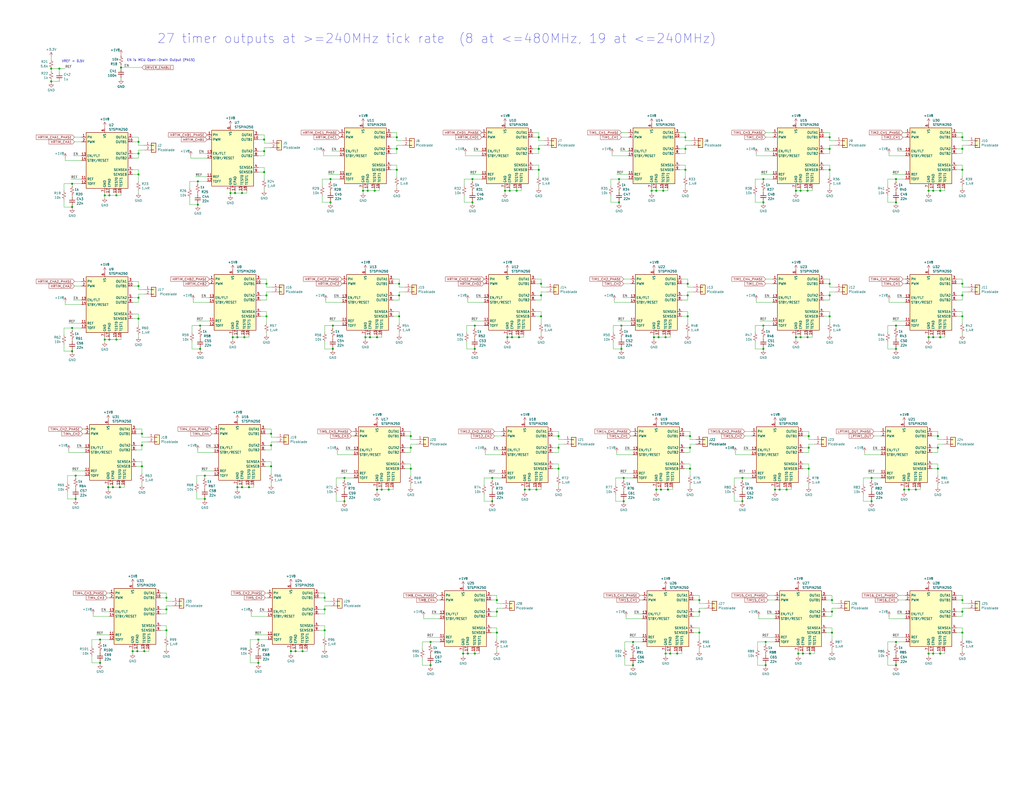
<source format=kicad_sch>
(kicad_sch (version 20230121) (generator eeschema)
  (paper "C")
  (title_block (rev "1") (company "UC Observatories"))
  (lib_symbols
    (symbol "Connector_Generic:Conn_01x02" (pin_names (offset 1.016) hide)
      (property "Reference" "J" (at 0 2.54 0))
      (property "Value" "Conn_01x02" (at 0 -5.08 0))
      (symbol "Conn_01x02_1_1"
        (pin passive line (at -5.08 0 0) (length 3.81) (name "Pin_1") (number "1"))
        (pin passive line (at -5.08 -2.54 0) (length 3.81) (name "Pin_2") (number "2"))
      )
    )
    (symbol "Device:C_Small" (pin_numbers hide) (pin_names (offset 0.254) hide)
      (property "Reference" "C" (at 0.254 1.778 0))
      (property "Value" "C_Small" (at 0.254 -2.032 0))
      (symbol "C_Small_1_1"
        (pin passive line (at 0 2.54 270) (length 2.032) (name "~") (number "1"))
        (pin passive line (at 0 -2.54 90) (length 2.032) (name "~") (number "2"))
      )
    )
    (symbol "Device:R_Small_US" (pin_numbers hide) (pin_names (offset 0.254) hide)
      (property "Reference" "R" (at 0.762 0.508 0))
      (property "Value" "R_Small_US" (at 0.762 -1.016 0))
      (symbol "R_Small_US_1_1"
        (pin passive line (at 0 2.54 270) (length 1.016) (name "~") (number "1"))
        (pin passive line (at 0 -2.54 90) (length 1.016) (name "~") (number "2"))
      )
    )
    (symbol "components_2:STSPIN250"
      (property "Reference" "U" (at 6.35 21.59 0))
      (property "Value" "STSPIN250" (at 11.43 19.05 0))
      (symbol "STSPIN250_1_1"
        (pin input line (at -12.7 12.7 0) (length 2.54) (name "PH") (number "1"))
        (pin power_out line (at 15.24 10.16 180) (length 2.54) (name "OUTB1") (number "10"))
        (pin input line (at -12.7 -10.16 0) (length 2.54) (name "REF") (number "11"))
        (pin input line (at -12.7 -12.7 0) (length 2.54) (name "TOFF") (number "12"))
        (pin bidirectional line (at -12.7 2.54 0) (length 2.54) (name "EN/FLT") (number "13"))
        (pin input line (at -12.7 0 0) (length 2.54) (name "STBY/RESET") (number "14"))
        (pin input line (at 6.35 -17.78 90) (length 2.54) (name "TEST0") (number "15"))
        (pin input line (at 8.89 -17.78 90) (length 2.54) (name "TEST1") (number "16"))
        (pin power_in line (at 2.54 -17.78 90) (length 2.54) (name "EPAD") (number "17"))
        (pin input line (at -12.7 10.16 0) (length 2.54) (name "PWM") (number "2"))
        (pin power_out line (at 15.24 12.7 180) (length 2.54) (name "OUTA1") (number "3"))
        (pin power_out line (at 15.24 -5.08 180) (length 2.54) (name "SENSEA") (number "4"))
        (pin power_out line (at 15.24 3.81 180) (length 2.54) (name "OUTA2") (number "5"))
        (pin power_in line (at 0 17.78 270) (length 2.54) (name "VS") (number "6"))
        (pin power_in line (at 0 -17.78 90) (length 2.54) (name "GND") (number "7"))
        (pin power_out line (at 15.24 1.27 180) (length 2.54) (name "OUTB2") (number "8"))
        (pin power_out line (at 15.24 -7.62 180) (length 2.54) (name "SENSEB") (number "9"))
      )
    )
    (symbol "power:+1V8" (power) (pin_names (offset 0))
      (property "Value" "+1V8" (at 0 3.556 0))
      (symbol "+1V8_1_1"
        (pin power_in line (at 0 0 90) (length 0) hide (name "+1V8") (number "1"))
      )
    )
    (symbol "power:+3.3V" (power) (pin_names (offset 0))
      (property "Value" "+3.3V" (at 0 3.556 0))
      (symbol "+3.3V_1_1"
        (pin power_in line (at 0 0 90) (length 0) hide (name "+3.3V") (number "1"))
      )
    )
    (symbol "power:GND" (power) (pin_names (offset 0))
      (property "Value" "GND" (at 0 -3.81 0))
      (symbol "GND_1_1"
        (pin power_in line (at 0 0 270) (length 0) hide (name "GND") (number "1"))
      )
    )
  )
  (junction (at 158.75 355.6))
  (junction (at 435.61 356.87))
  (junction (at 359.41 184.15))
  (junction (at 75.565 156.21))
  (junction (at 375.285 161.29))
  (junction (at 452.755 74.93))
  (junction (at 434.34 184.15))
  (junction (at 381.635 327.66))
  (junction (at 77.47 243.205))
  (junction (at 177.165 326.39))
  (junction (at 259.08 177.8))
  (junction (at 161.29 355.6))
  (junction (at 133.35 184.15))
  (junction (at 475.615 260.985))
  (junction (at 147.955 236.855))
  (junction (at 360.68 267.335))
  (junction (at 416.56 190.5))
  (junction (at 364.49 267.335))
  (junction (at 488.95 177.8))
  (junction (at 488.95 110.49))
  (junction (at 525.145 74.93))
  (junction (at 181.61 190.5))
  (junction (at 488.95 363.22))
  (junction (at 381.635 345.44))
  (junction (at 54.61 349.25))
  (junction (at 107.95 111.76))
  (junction (at 405.13 273.685))
  (junction (at 488.95 97.79))
  (junction (at 506.73 104.14))
  (junction (at 295.275 154.94))
  (junction (at 77.47 236.855))
  (junction (at 454.025 345.44))
  (junction (at 109.22 177.8))
  (junction (at 259.08 356.87))
  (junction (at 454.025 334.01))
  (junction (at 525.145 81.28))
  (junction (at 252.73 356.87))
  (junction (at 340.36 273.685))
  (junction (at 525.145 334.01))
  (junction (at 181.61 177.8))
  (junction (at 199.39 184.15))
  (junction (at 216.535 81.28))
  (junction (at 234.95 363.22))
  (junction (at 198.12 104.14))
  (junction (at 356.87 184.15))
  (junction (at 107.95 99.06))
  (junction (at 286.385 267.335))
  (junction (at 132.08 266.065))
  (junction (at 128.27 105.41))
  (junction (at 259.08 190.5))
  (junction (at 339.09 177.8))
  (junction (at 127 184.15))
  (junction (at 294.005 92.71))
  (junction (at 145.415 161.29))
  (junction (at 65.405 266.065))
  (junction (at 217.805 154.94))
  (junction (at 417.83 363.22))
  (junction (at 304.8 244.475))
  (junction (at 144.145 82.55))
  (junction (at 132.08 105.41))
  (junction (at 381.635 334.01))
  (junction (at 200.66 104.14))
  (junction (at 441.325 255.905))
  (junction (at 72.39 355.6))
  (junction (at 283.21 184.15))
  (junction (at 279.4 184.15))
  (junction (at 440.69 104.14))
  (junction (at 147.955 243.205))
  (junction (at 345.44 350.52))
  (junction (at 434.34 104.14))
  (junction (at 452.755 172.72))
  (junction (at 295.275 172.72))
  (junction (at 281.94 104.14))
  (junction (at 288.925 267.335))
  (junction (at 452.755 92.71))
  (junction (at 513.08 356.87))
  (junction (at 90.805 332.74))
  (junction (at 525.145 345.44))
  (junction (at 224.155 244.475))
  (junction (at 271.145 345.44))
  (junction (at 27.94 37.465))
  (junction (at 337.82 110.49))
  (junction (at 271.145 334.01))
  (junction (at 165.1 355.6))
  (junction (at 208.28 267.335))
  (junction (at 509.27 356.87))
  (junction (at 180.34 110.49))
  (junction (at 234.95 350.52))
  (junction (at 511.81 255.905))
  (junction (at 429.26 267.335))
  (junction (at 294.005 74.93))
  (junction (at 304.8 255.905))
  (junction (at 187.96 273.685))
  (junction (at 77.47 254.635))
  (junction (at 75.565 173.99))
  (junction (at 255.27 356.87))
  (junction (at 216.535 92.71))
  (junction (at 63.5 106.68))
  (junction (at 271.145 327.66))
  (junction (at 345.44 363.22))
  (junction (at 509.27 104.14))
  (junction (at 187.96 260.985))
  (junction (at 513.08 104.14))
  (junction (at 177.165 344.17))
  (junction (at 268.605 260.985))
  (junction (at 525.145 92.71))
  (junction (at 416.56 177.8))
  (junction (at 525.145 154.94))
  (junction (at 205.74 267.335))
  (junction (at 177.165 332.74))
  (junction (at 363.22 184.15))
  (junction (at 74.93 355.6))
  (junction (at 488.95 190.5))
  (junction (at 180.34 97.79))
  (junction (at 129.54 184.15))
  (junction (at 339.09 190.5))
  (junction (at 340.36 260.985))
  (junction (at 147.955 254.635))
  (junction (at 39.37 191.77))
  (junction (at 145.415 154.94))
  (junction (at 454.025 327.66))
  (junction (at 417.83 350.52))
  (junction (at 436.88 104.14))
  (junction (at 41.275 259.715))
  (junction (at 375.285 154.94))
  (junction (at 276.86 184.15))
  (junction (at 374.015 74.93))
  (junction (at 140.97 361.95))
  (junction (at 66.04 36.83))
  (junction (at 27.94 44.45))
  (junction (at 63.5 185.42))
  (junction (at 376.555 255.905))
  (junction (at 376.555 238.125))
  (junction (at 278.13 104.14))
  (junction (at 217.805 161.29))
  (junction (at 201.93 184.15))
  (junction (at 109.22 190.5))
  (junction (at 506.73 356.87))
  (junction (at 369.57 356.87))
  (junction (at 212.09 267.335))
  (junction (at 224.155 255.905))
  (junction (at 376.555 244.475))
  (junction (at 90.805 344.17))
  (junction (at 358.14 104.14))
  (junction (at 361.95 104.14))
  (junction (at 57.15 106.68))
  (junction (at 224.155 238.125))
  (junction (at 135.89 266.065))
  (junction (at 441.325 238.125))
  (junction (at 499.745 267.335))
  (junction (at 257.81 97.79))
  (junction (at 78.74 355.6))
  (junction (at 41.275 272.415))
  (junction (at 144.145 76.2))
  (junction (at 511.81 244.475))
  (junction (at 488.95 350.52))
  (junction (at 217.805 172.72))
  (junction (at 416.56 110.49))
  (junction (at 294.005 81.28))
  (junction (at 39.37 113.03))
  (junction (at 422.91 267.335))
  (junction (at 32.385 37.465))
  (junction (at 39.37 179.07))
  (junction (at 425.45 267.335))
  (junction (at 75.565 83.82))
  (junction (at 511.81 238.125))
  (junction (at 475.615 273.685))
  (junction (at 525.145 172.72))
  (junction (at 525.145 327.66))
  (junction (at 111.76 272.415))
  (junction (at 59.69 106.68))
  (junction (at 441.96 356.87))
  (junction (at 493.395 267.335))
  (junction (at 365.76 356.87))
  (junction (at 54.61 361.95))
  (junction (at 525.145 161.29))
  (junction (at 452.755 161.29))
  (junction (at 440.69 184.15))
  (junction (at 405.13 260.985))
  (junction (at 39.37 100.33))
  (junction (at 75.565 77.47))
  (junction (at 304.8 238.125))
  (junction (at 125.73 105.41))
  (junction (at 436.88 184.15))
  (junction (at 452.755 154.94))
  (junction (at 355.6 104.14))
  (junction (at 59.69 185.42))
  (junction (at 204.47 104.14))
  (junction (at 268.605 273.685))
  (junction (at 441.325 244.475))
  (junction (at 506.73 184.15))
  (junction (at 452.755 81.28))
  (junction (at 145.415 172.72))
  (junction (at 375.285 172.72))
  (junction (at 59.055 266.065))
  (junction (at 140.97 349.25))
  (junction (at 337.82 97.79))
  (junction (at 75.565 95.25))
  (junction (at 57.15 185.42))
  (junction (at 75.565 162.56))
  (junction (at 144.145 93.98))
  (junction (at 374.015 81.28))
  (junction (at 216.535 74.93))
  (junction (at 275.59 104.14))
  (junction (at 513.08 184.15))
  (junction (at 295.275 161.29))
  (junction (at 509.27 184.15))
  (junction (at 257.81 110.49))
  (junction (at 90.805 326.39))
  (junction (at 374.015 92.71))
  (junction (at 205.74 184.15))
  (junction (at 292.735 267.335))
  (junction (at 416.56 97.79))
  (junction (at 111.76 259.715))
  (junction (at 495.935 267.335))
  (junction (at 363.22 356.87))
  (junction (at 438.15 356.87))
  (junction (at 358.14 267.335))
  (junction (at 129.54 266.065))
  (junction (at 61.595 266.065))
  (wire (pts (xy 373.38 255.905) (xy 376.555 255.905)))
  (wire (pts (xy 376.555 253.365) (xy 376.555 255.905)))
  (wire (pts (xy 304.8 253.365) (xy 304.8 255.905)))
  (wire (pts (xy 34.925 109.22) (xy 34.925 113.03)))
  (wire (pts (xy 336.55 247.015) (xy 336.55 248.285)))
  (wire (pts (xy 72.39 95.25) (xy 75.565 95.25)))
  (wire (pts (xy 253.365 97.79) (xy 253.365 101.6)))
  (wire (pts (xy 252.73 356.87) (xy 255.27 356.87)))
  (wire (pts (xy 413.385 350.52) (xy 413.385 354.33)))
  (wire (pts (xy 41.275 259.715) (xy 41.275 260.985)))
  (wire (pts (xy 63.5 106.68) (xy 66.04 106.68)))
  (wire (pts (xy 525.145 172.72) (xy 525.145 176.53)))
  (wire (pts (xy 378.46 159.385) (xy 375.285 159.385)))
  (wire (pts (xy 177.165 341.63) (xy 177.165 344.17)))
  (wire (pts (xy 252.73 355.6) (xy 252.73 356.87)))
  (wire (pts (xy 334.645 177.8) (xy 339.09 177.8)))
  (wire (pts (xy 363.22 356.87) (xy 363.22 358.14)))
  (wire (pts (xy 254 85.09) (xy 262.89 85.09)))
  (wire (pts (xy 175.895 110.49) (xy 180.34 110.49)))
  (wire (pts (xy 339.09 177.8) (xy 344.17 177.8)))
  (wire (pts (xy 334.645 186.69) (xy 334.645 190.5)))
  (wire (pts (xy 488.95 97.79) (xy 488.95 99.06)))
  (wire (pts (xy 234.95 350.52) (xy 240.03 350.52)))
  (wire (pts (xy 360.68 267.335) (xy 360.68 266.065)))
  (wire (pts (xy 140.97 361.315) (xy 140.97 361.95)))
  (wire (pts (xy 441.325 264.795) (xy 441.325 266.065)))
  (wire (pts (xy 417.83 350.52) (xy 417.83 351.79)))
  (wire (pts (xy 266.7 258.445) (xy 273.685 258.445)))
  (wire (pts (xy 27.94 44.45) (xy 27.94 45.085)))
  (wire (pts (xy 34.925 100.33) (xy 34.925 104.14)))
  (wire (pts (xy 63.5 185.42) (xy 66.04 185.42)))
  (wire (pts (xy 286.385 267.335) (xy 286.385 268.605)))
  (wire (pts (xy 201.93 184.15) (xy 201.93 182.88)))
  (wire (pts (xy 436.88 184.15) (xy 440.69 184.15)))
  (wire (pts (xy 72.39 354.33) (xy 72.39 355.6)))
  (wire (pts (xy 107.95 99.06) (xy 113.03 99.06)))
  (wire (pts (xy 286.385 267.335) (xy 288.925 267.335)))
  (wire (pts (xy 255.27 356.87) (xy 259.08 356.87)))
  (wire (pts (xy 74.295 236.855) (xy 77.47 236.855)))
  (wire (pts (xy 257.81 109.855) (xy 257.81 110.49)))
  (wire (pts (xy 450.85 325.12) (xy 454.025 325.12)))
  (wire (pts (xy 521.97 163.83) (xy 525.145 163.83)))
  (wire (pts (xy 492.76 72.39) (xy 494.03 72.39)))
  (wire (pts (xy 363.22 184.15) (xy 365.76 184.15)))
  (wire (pts (xy 443.23 104.14) (xy 443.23 102.87)))
  (wire (pts (xy 224.155 244.475) (xy 220.98 244.475)))
  (wire (pts (xy 425.45 267.335) (xy 429.26 267.335)))
  (wire (pts (xy 276.86 184.15) (xy 276.86 185.42)))
  (wire (pts (xy 294.005 81.28) (xy 294.005 83.82)))
  (wire (pts (xy 294.005 76.835) (xy 297.18 76.835)))
  (wire (pts (xy 158.75 355.6) (xy 161.29 355.6)))
  (wire (pts (xy 405.13 260.985) (xy 410.21 260.985)))
  (wire (pts (xy 142.24 172.72) (xy 145.415 172.72)))
  (wire (pts (xy 59.69 185.42) (xy 59.69 184.15)))
  (wire (pts (xy 490.22 325.12) (xy 494.03 325.12)))
  (wire (pts (xy 173.99 335.28) (xy 177.165 335.28)))
  (wire (pts (xy 254 83.82) (xy 254 85.09)))
  (wire (pts (xy 513.08 356.87) (xy 513.08 355.6)))
  (wire (pts (xy 484.505 110.49) (xy 488.95 110.49)))
  (wire (pts (xy 87.63 344.17) (xy 90.805 344.17)))
  (wire (pts (xy 255.27 356.87) (xy 255.27 355.6)))
  (wire (pts (xy 415.29 95.25) (xy 421.64 95.25)))
  (wire (pts (xy 78.74 160.655) (xy 75.565 160.655)))
  (wire (pts (xy 147.955 254.635) (xy 147.955 258.445)))
  (wire (pts (xy 471.17 260.985) (xy 471.17 264.795)))
  (wire (pts (xy 217.805 181.61) (xy 217.805 182.88)))
  (wire (pts (xy 521.97 152.4) (xy 525.145 152.4)))
  (wire (pts (xy 340.36 260.985) (xy 345.44 260.985)))
  (wire (pts (xy 217.805 152.4) (xy 217.805 154.94)))
  (wire (pts (xy 147.955 238.76) (xy 151.13 238.76)))
  (wire (pts (xy 177.165 323.85) (xy 177.165 326.39)))
  (wire (pts (xy 224.155 253.365) (xy 224.155 255.905)))
  (wire (pts (xy 40.64 74.93) (xy 44.45 74.93)))
  (wire (pts (xy 257.81 97.79) (xy 262.89 97.79)))
  (wire (pts (xy 449.58 83.82) (xy 452.755 83.82)))
  (wire (pts (xy 107.95 99.06) (xy 107.95 100.33)))
  (wire (pts (xy 261.62 356.87) (xy 261.62 355.6)))
  (wire (pts (xy 450.85 345.44) (xy 454.025 345.44)))
  (wire (pts (xy 180.34 97.79) (xy 185.42 97.79)))
  (wire (pts (xy 358.14 267.335) (xy 358.14 268.605)))
  (wire (pts (xy 50.165 349.25) (xy 54.61 349.25)))
  (wire (pts (xy 200.66 104.14) (xy 200.66 102.87)))
  (wire (pts (xy 370.84 74.93) (xy 374.015 74.93)))
  (wire (pts (xy 525.145 159.385) (xy 525.145 161.29)))
  (wire (pts (xy 441.325 244.475) (xy 438.15 244.475)))
  (wire (pts (xy 45.085 236.855) (xy 46.355 236.855)))
  (wire (pts (xy 471.17 260.985) (xy 475.615 260.985)))
  (wire (pts (xy 441.96 356.87) (xy 444.5 356.87)))
  (wire (pts (xy 339.09 177.8) (xy 339.09 179.07)))
  (wire (pts (xy 41.91 244.475) (xy 46.355 244.475)))
  (wire (pts (xy 216.535 72.39) (xy 216.535 74.93)))
  (wire (pts (xy 39.37 106.68) (xy 39.37 107.315)))
  (wire (pts (xy 151.13 241.3) (xy 147.955 241.3)))
  (wire (pts (xy 375.285 152.4) (xy 375.285 154.94)))
  (wire (pts (xy 132.08 105.41) (xy 132.08 104.14)))
  (wire (pts (xy 412.115 97.79) (xy 416.56 97.79)))
  (wire (pts (xy 66.04 30.48) (xy 66.04 29.845)))
  (wire (pts (xy 525.145 154.94) (xy 525.145 156.845)))
  (wire (pts (xy 297.18 79.375) (xy 294.005 79.375)))
  (wire (pts (xy 279.4 184.15) (xy 283.21 184.15)))
  (wire (pts (xy 257.175 175.26) (xy 264.16 175.26)))
  (wire (pts (xy 376.555 242.57) (xy 376.555 244.475)))
  (wire (pts (xy 294.005 72.39) (xy 294.005 74.93)))
  (wire (pts (xy 285.75 184.15) (xy 285.75 182.88)))
  (wire (pts (xy 376.555 235.585) (xy 376.555 238.125)))
  (wire (pts (xy 365.76 184.15) (xy 365.76 182.88)))
  (wire (pts (xy 509.27 104.14) (xy 513.08 104.14)))
  (wire (pts (xy 144.78 323.85) (xy 146.05 323.85)))
  (wire (pts (xy 338.455 258.445) (xy 345.44 258.445)))
  (wire (pts (xy 278.13 104.14) (xy 281.94 104.14)))
  (wire (pts (xy 304.8 244.475) (xy 304.8 247.015)))
  (wire (pts (xy 75.565 162.56) (xy 75.565 165.1)))
  (wire (pts (xy 184.15 247.015) (xy 184.15 248.285)))
  (wire (pts (xy 511.81 244.475) (xy 508.635 244.475)))
  (wire (pts (xy 358.14 267.335) (xy 360.68 267.335)))
  (wire (pts (xy 205.74 267.335) (xy 205.74 268.605)))
  (wire (pts (xy 271.145 332.105) (xy 271.145 334.01)))
  (wire (pts (xy 259.08 189.865) (xy 259.08 190.5)))
  (wire (pts (xy 372.11 154.94) (xy 375.285 154.94)))
  (wire (pts (xy 435.61 356.87) (xy 438.15 356.87)))
  (wire (pts (xy 90.805 332.74) (xy 90.805 335.28)))
  (wire (pts (xy 271.145 334.01) (xy 267.97 334.01)))
  (wire (pts (xy 416.56 184.15) (xy 416.56 184.785)))
  (wire (pts (xy 358.14 266.065) (xy 358.14 267.335)))
  (wire (pts (xy 133.35 184.15) (xy 135.89 184.15)))
  (wire (pts (xy 161.29 355.6) (xy 161.29 354.33)))
  (wire (pts (xy 422.91 267.335) (xy 425.45 267.335)))
  (wire (pts (xy 414.02 337.82) (xy 422.91 337.82)))
  (wire (pts (xy 39.37 113.665) (xy 39.37 113.03)))
  (wire (pts (xy 78.74 355.6) (xy 78.74 354.33)))
  (wire (pts (xy 373.38 238.125) (xy 376.555 238.125)))
  (wire (pts (xy 378.46 325.12) (xy 381.635 325.12)))
  (wire (pts (xy 59.69 185.42) (xy 63.5 185.42)))
  (wire (pts (xy 416.56 97.79) (xy 421.64 97.79)))
  (wire (pts (xy 212.09 267.335) (xy 214.63 267.335)))
  (wire (pts (xy 90.805 341.63) (xy 90.805 344.17)))
  (wire (pts (xy 340.36 152.4) (xy 344.17 152.4)))
  (wire (pts (xy 374.015 101.6) (xy 374.015 102.87)))
  (wire (pts (xy 525.145 92.71) (xy 525.145 96.52)))
  (wire (pts (xy 107.95 112.395) (xy 107.95 111.76)))
  (wire (pts (xy 140.97 349.25) (xy 140.97 350.52)))
  (wire (pts (xy 508.635 247.015) (xy 511.81 247.015)))
  (wire (pts (xy 452.755 172.72) (xy 452.755 176.53)))
  (wire (pts (xy 258.445 82.55) (xy 262.89 82.55)))
  (wire (pts (xy 476.885 235.585) (xy 480.695 235.585)))
  (wire (pts (xy 145.415 181.61) (xy 145.415 182.88)))
  (wire (pts (xy 333.375 106.68) (xy 333.375 110.49)))
  (wire (pts (xy 506.73 184.15) (xy 509.27 184.15)))
  (wire (pts (xy 199.39 184.15) (xy 201.93 184.15)))
  (wire (pts (xy 511.81 242.57) (xy 511.81 244.475)))
  (wire (pts (xy 484.505 350.52) (xy 484.505 354.33)))
  (wire (pts (xy 173.99 344.17) (xy 177.165 344.17)))
  (wire (pts (xy 54.61 349.25) (xy 54.61 350.52)))
  (wire (pts (xy 301.625 255.905) (xy 304.8 255.905)))
  (wire (pts (xy 111.76 259.715) (xy 116.84 259.715)))
  (wire (pts (xy 175.895 97.79) (xy 180.34 97.79)))
  (wire (pts (xy 216.535 74.93) (xy 216.535 76.835)))
  (wire (pts (xy 58.42 323.85) (xy 59.69 323.85)))
  (wire (pts (xy 217.805 161.29) (xy 217.805 163.83)))
  (wire (pts (xy 220.98 247.015) (xy 224.155 247.015)))
  (wire (pts (xy 438.15 255.905) (xy 441.325 255.905)))
  (wire (pts (xy 449.58 74.93) (xy 452.755 74.93)))
  (wire (pts (xy 295.275 152.4) (xy 295.275 154.94)))
  (wire (pts (xy 217.805 170.18) (xy 217.805 172.72)))
  (wire (pts (xy 506.73 355.6) (xy 506.73 356.87)))
  (wire (pts (xy 199.39 182.88) (xy 199.39 184.15)))
  (wire (pts (xy 506.73 104.14) (xy 506.73 105.41)))
  (wire (pts (xy 521.97 154.94) (xy 525.145 154.94)))
  (wire (pts (xy 75.565 83.82) (xy 72.39 83.82)))
  (wire (pts (xy 129.54 184.15) (xy 129.54 182.88)))
  (wire (pts (xy 283.21 184.15) (xy 285.75 184.15)))
  (wire (pts (xy 75.565 160.655) (xy 75.565 162.56)))
  (wire (pts (xy 269.875 235.585) (xy 273.685 235.585)))
  (wire (pts (xy 220.98 253.365) (xy 224.155 253.365)))
  (wire (pts (xy 403.225 258.445) (xy 410.21 258.445)))
  (wire (pts (xy 363.22 355.6) (xy 363.22 356.87)))
  (wire (pts (xy 334.645 177.8) (xy 334.645 181.61)))
  (wire (pts (xy 304.8 240.03) (xy 307.975 240.03)))
  (wire (pts (xy 413.385 363.22) (xy 417.83 363.22)))
  (wire (pts (xy 109.22 177.8) (xy 109.22 179.07)))
  (wire (pts (xy 77.47 236.855) (xy 77.47 238.76)))
  (wire (pts (xy 90.805 328.295) (xy 93.98 328.295)))
  (wire (pts (xy 224.155 235.585) (xy 224.155 238.125)))
  (wire (pts (xy 452.755 161.29) (xy 449.58 161.29)))
  (wire (pts (xy 140.97 362.585) (xy 140.97 361.95)))
  (wire (pts (xy 167.64 355.6) (xy 167.64 354.33)))
  (wire (pts (xy 290.83 83.82) (xy 294.005 83.82)))
  (wire (pts (xy 176.53 83.82) (xy 176.53 85.09)))
  (wire (pts (xy 381.635 342.9) (xy 381.635 345.44)))
  (wire (pts (xy 381.635 334.01) (xy 378.46 334.01)))
  (wire (pts (xy 77.47 243.205) (xy 77.47 245.745)))
  (wire (pts (xy 233.045 347.98) (xy 240.03 347.98)))
  (wire (pts (xy 216.535 81.28) (xy 216.535 83.82)))
  (wire (pts (xy 452.755 74.93) (xy 452.755 76.835)))
  (wire (pts (xy 59.055 266.065) (xy 59.055 267.335)))
  (wire (pts (xy 374.015 76.835) (xy 377.19 76.835)))
  (wire (pts (xy 103.505 107.95) (xy 103.505 111.76)))
  (wire (pts (xy 454.025 334.01) (xy 454.025 336.55)))
  (wire (pts (xy 217.805 172.72) (xy 217.805 176.53)))
  (wire (pts (xy 377.19 79.375) (xy 374.015 79.375)))
  (wire (pts (xy 292.1 170.18) (xy 295.275 170.18)))
  (wire (pts (xy 145.415 159.385) (xy 145.415 161.29)))
  (wire (pts (xy 173.99 326.39) (xy 177.165 326.39)))
  (wire (pts (xy 72.39 355.6) (xy 72.39 356.87)))
  (wire (pts (xy 275.59 102.87) (xy 275.59 104.14)))
  (wire (pts (xy 187.96 273.05) (xy 187.96 273.685)))
  (wire (pts (xy 39.37 100.33) (xy 44.45 100.33)))
  (wire (pts (xy 259.08 177.8) (xy 259.08 179.07)))
  (wire (pts (xy 145.415 170.18) (xy 145.415 172.72)))
  (wire (pts (xy 74.93 355.6) (xy 78.74 355.6)))
  (wire (pts (xy 142.24 163.83) (xy 145.415 163.83)))
  (wire (pts (xy 74.295 252.095) (xy 77.47 252.095)))
  (wire (pts (xy 525.145 334.01) (xy 521.97 334.01)))
  (wire (pts (xy 419.1 325.12) (xy 422.91 325.12)))
  (wire (pts (xy 37.465 247.015) (xy 46.355 247.015)))
  (wire (pts (xy 521.97 90.17) (xy 525.145 90.17)))
  (wire (pts (xy 346.075 335.28) (xy 350.52 335.28)))
  (wire (pts (xy 205.74 267.335) (xy 208.28 267.335)))
  (wire (pts (xy 177.165 353.06) (xy 177.165 354.33)))
  (wire (pts (xy 378.46 345.44) (xy 381.635 345.44)))
  (wire (pts (xy 525.145 170.18) (xy 525.145 172.72)))
  (wire (pts (xy 238.76 325.12) (xy 240.03 325.12)))
  (wire (pts (xy 107.95 105.41) (xy 107.95 106.045)))
  (wire (pts (xy 234.95 356.87) (xy 234.95 357.505)))
  (wire (pts (xy 521.97 72.39) (xy 525.145 72.39)))
  (wire (pts (xy 264.16 269.875) (xy 264.16 273.685)))
  (wire (pts (xy 220.98 235.585) (xy 224.155 235.585)))
  (wire (pts (xy 147.955 243.205) (xy 147.955 245.745)))
  (wire (pts (xy 106.68 96.52) (xy 113.03 96.52)))
  (wire (pts (xy 36.83 259.715) (xy 36.83 263.525)))
  (wire (pts (xy 372.11 163.83) (xy 375.285 163.83)))
  (wire (pts (xy 57.15 106.68) (xy 57.15 107.95)))
  (wire (pts (xy 125.73 105.41) (xy 125.73 106.68)))
  (wire (pts (xy 376.555 244.475) (xy 376.555 247.015)))
  (wire (pts (xy 295.275 159.385) (xy 295.275 161.29)))
  (wire (pts (xy 429.26 267.335) (xy 431.8 267.335)))
  (wire (pts (xy 376.555 244.475) (xy 373.38 244.475)))
  (wire (pts (xy 405.13 267.335) (xy 405.13 267.97)))
  (wire (pts (xy 264.795 247.015) (xy 264.795 248.285)))
  (wire (pts (xy 454.025 329.565) (xy 457.2 329.565)))
  (wire (pts (xy 74.295 245.745) (xy 77.47 245.745)))
  (wire (pts (xy 508.635 255.905) (xy 511.81 255.905)))
  (wire (pts (xy 339.725 162.56) (xy 344.17 162.56)))
  (wire (pts (xy 135.89 266.065) (xy 135.89 264.795)))
  (wire (pts (xy 359.41 184.15) (xy 363.22 184.15)))
  (wire (pts (xy 72.39 74.93) (xy 75.565 74.93)))
  (wire (pts (xy 485.14 85.09) (xy 494.03 85.09)))
  (wire (pts (xy 199.39 184.15) (xy 199.39 185.42)))
  (wire (pts (xy 349.25 325.12) (xy 350.52 325.12)))
  (wire (pts (xy 484.505 190.5) (xy 488.95 190.5)))
  (wire (pts (xy 75.565 79.375) (xy 78.74 79.375)))
  (wire (pts (xy 349.25 327.66) (xy 350.52 327.66)))
  (wire (pts (xy 264.16 260.985) (xy 268.605 260.985)))
  (wire (pts (xy 294.005 74.93) (xy 294.005 76.835)))
  (wire (pts (xy 381.635 327.66) (xy 381.635 329.565)))
  (wire (pts (xy 213.36 72.39) (xy 216.535 72.39)))
  (wire (pts (xy 161.29 355.6) (xy 165.1 355.6)))
  (wire (pts (xy 90.805 344.17) (xy 90.805 347.98)))
  (wire (pts (xy 336.55 248.285) (xy 345.44 248.285)))
  (wire (pts (xy 61.595 266.065) (xy 65.405 266.065)))
  (wire (pts (xy 488.95 356.87) (xy 488.95 357.505)))
  (wire (pts (xy 475.615 273.05) (xy 475.615 273.685)))
  (wire (pts (xy 144.78 234.315) (xy 147.955 234.315)))
  (wire (pts (xy 180.34 111.125) (xy 180.34 110.49)))
  (wire (pts (xy 400.685 260.985) (xy 405.13 260.985)))
  (wire (pts (xy 418.465 335.28) (xy 422.91 335.28)))
  (wire (pts (xy 475.615 267.335) (xy 475.615 267.97)))
  (wire (pts (xy 50.165 361.95) (xy 54.61 361.95)))
  (wire (pts (xy 134.62 105.41) (xy 134.62 104.14)))
  (wire (pts (xy 340.36 273.05) (xy 340.36 273.685)))
  (wire (pts (xy 484.505 97.79) (xy 484.505 101.6)))
  (wire (pts (xy 429.26 267.335) (xy 429.26 266.065)))
  (wire (pts (xy 335.915 269.875) (xy 335.915 273.685)))
  (wire (pts (xy 381.635 329.565) (xy 384.81 329.565)))
  (wire (pts (xy 440.69 104.14) (xy 443.23 104.14)))
  (wire (pts (xy 144.78 326.39) (xy 146.05 326.39)))
  (wire (pts (xy 340.995 359.41) (xy 340.995 363.22)))
  (wire (pts (xy 132.08 105.41) (xy 134.62 105.41)))
  (wire (pts (xy 107.95 111.125) (xy 107.95 111.76)))
  (wire (pts (xy 109.855 257.175) (xy 116.84 257.175)))
  (wire (pts (xy 220.98 238.125) (xy 224.155 238.125)))
  (wire (pts (xy 135.89 184.15) (xy 135.89 182.88)))
  (wire (pts (xy 376.555 240.03) (xy 379.73 240.03)))
  (wire (pts (xy 40.64 153.67) (xy 44.45 153.67)))
  (wire (pts (xy 339.09 191.135) (xy 339.09 190.5)))
  (wire (pts (xy 276.86 184.15) (xy 279.4 184.15)))
  (wire (pts (xy 257.81 104.14) (xy 257.81 104.775)))
  (wire (pts (xy 208.28 267.335) (xy 208.28 266.065)))
  (wire (pts (xy 345.44 362.585) (xy 345.44 363.22)))
  (wire (pts (xy 333.375 97.79) (xy 337.82 97.79)))
  (wire (pts (xy 334.645 190.5) (xy 339.09 190.5)))
  (wire (pts (xy 364.49 267.335) (xy 367.03 267.335)))
  (wire (pts (xy 295.275 170.18) (xy 295.275 172.72)))
  (wire (pts (xy 436.88 184.15) (xy 436.88 182.88)))
  (wire (pts (xy 335.28 163.83) (xy 335.28 165.1)))
  (wire (pts (xy 129.54 266.065) (xy 132.08 266.065)))
  (wire (pts (xy 75.565 158.115) (xy 78.74 158.115)))
  (wire (pts (xy 363.22 356.87) (xy 365.76 356.87)))
  (wire (pts (xy 177.8 163.83) (xy 177.8 165.1)))
  (wire (pts (xy 252.73 356.87) (xy 252.73 358.14)))
  (wire (pts (xy 455.93 79.375) (xy 452.755 79.375)))
  (wire (pts (xy 471.805 247.015) (xy 471.805 248.285)))
  (wire (pts (xy 434.34 102.87) (xy 434.34 104.14)))
  (wire (pts (xy 525.145 342.9) (xy 525.145 345.44)))
  (wire (pts (xy 381.635 354.33) (xy 381.635 355.6)))
  (wire (pts (xy 65.405 266.065) (xy 67.945 266.065)))
  (wire (pts (xy 375.285 154.94) (xy 375.285 156.845)))
  (wire (pts (xy 454.025 332.105) (xy 454.025 334.01)))
  (wire (pts (xy 525.145 81.28) (xy 525.145 83.82)))
  (wire (pts (xy 259.715 162.56) (xy 264.16 162.56)))
  (wire (pts (xy 165.1 355.6) (xy 167.64 355.6)))
  (wire (pts (xy 476.885 238.125) (xy 480.695 238.125)))
  (wire (pts (xy 290.83 74.93) (xy 294.005 74.93)))
  (wire (pts (xy 513.08 184.15) (xy 515.62 184.15)))
  (wire (pts (xy 177.165 177.8) (xy 181.61 177.8)))
  (wire (pts (xy 142.24 152.4) (xy 145.415 152.4)))
  (wire (pts (xy 358.14 104.14) (xy 358.14 102.87)))
  (wire (pts (xy 484.505 350.52) (xy 488.95 350.52)))
  (wire (pts (xy 438.15 356.87) (xy 441.96 356.87)))
  (wire (pts (xy 511.81 253.365) (xy 511.81 255.905)))
  (wire (pts (xy 75.565 173.99) (xy 75.565 177.8)))
  (wire (pts (xy 40.64 77.47) (xy 44.45 77.47)))
  (wire (pts (xy 235.585 335.28) (xy 240.03 335.28)))
  (wire (pts (xy 525.145 72.39) (xy 525.145 74.93)))
  (wire (pts (xy 488.95 184.15) (xy 488.95 184.785)))
  (wire (pts (xy 414.02 336.55) (xy 414.02 337.82)))
  (wire (pts (xy 180.975 82.55) (xy 185.42 82.55)))
  (wire (pts (xy 136.525 358.14) (xy 136.525 361.95)))
  (wire (pts (xy 337.82 97.79) (xy 342.9 97.79)))
  (wire (pts (xy 369.57 356.87) (xy 369.57 355.6)))
  (wire (pts (xy 50.8 336.55) (xy 59.69 336.55)))
  (wire (pts (xy 208.28 184.15) (xy 208.28 182.88)))
  (wire (pts (xy 36.83 268.605) (xy 36.83 272.415)))
  (wire (pts (xy 75.565 156.21) (xy 75.565 158.115)))
  (wire (pts (xy 144.78 245.745) (xy 147.955 245.745)))
  (wire (pts (xy 506.73 182.88) (xy 506.73 184.15)))
  (wire (pts (xy 144.145 73.66) (xy 144.145 76.2)))
  (wire (pts (xy 506.73 356.87) (xy 509.27 356.87)))
  (wire (pts (xy 219.71 79.375) (xy 216.535 79.375)))
  (wire (pts (xy 180.34 97.79) (xy 180.34 99.06)))
  (wire (pts (xy 449.58 172.72) (xy 452.755 172.72)))
  (wire (pts (xy 499.745 267.335) (xy 502.285 267.335)))
  (wire (pts (xy 213.36 90.17) (xy 216.535 90.17)))
  (wire (pts (xy 416.56 97.79) (xy 416.56 99.06)))
  (wire (pts (xy 35.56 86.36) (xy 35.56 87.63)))
  (wire (pts (xy 449.58 154.94) (xy 452.755 154.94)))
  (wire (pts (xy 148.59 159.385) (xy 145.415 159.385)))
  (wire (pts (xy 37.465 245.745) (xy 37.465 247.015)))
  (wire (pts (xy 286.385 266.065) (xy 286.385 267.335)))
  (wire (pts (xy 369.57 356.87) (xy 372.11 356.87)))
  (wire (pts (xy 158.75 354.33) (xy 158.75 355.6)))
  (wire (pts (xy 145.415 154.94) (xy 145.415 156.845)))
  (wire (pts (xy 75.565 153.67) (xy 75.565 156.21)))
  (wire (pts (xy 441.325 235.585) (xy 441.325 238.125)))
  (wire (pts (xy 401.32 247.015) (xy 401.32 248.285)))
  (wire (pts (xy 372.11 172.72) (xy 375.285 172.72)))
  (wire (pts (xy 50.8 335.28) (xy 50.8 336.55)))
  (wire (pts (xy 77.47 243.205) (xy 74.295 243.205)))
  (wire (pts (xy 484.505 363.22) (xy 488.95 363.22)))
  (wire (pts (xy 452.755 76.835) (xy 455.93 76.835)))
  (wire (pts (xy 373.38 247.015) (xy 376.555 247.015)))
  (wire (pts (xy 525.145 90.17) (xy 525.145 92.71)))
  (wire (pts (xy 41.275 266.065) (xy 41.275 266.7)))
  (wire (pts (xy 508.635 238.125) (xy 511.81 238.125)))
  (wire (pts (xy 345.44 350.52) (xy 350.52 350.52)))
  (wire (pts (xy 412.115 186.69) (xy 412.115 190.5)))
  (wire (pts (xy 373.38 253.365) (xy 376.555 253.365)))
  (wire (pts (xy 36.83 259.715) (xy 41.275 259.715)))
  (wire (pts (xy 454.025 327.66) (xy 454.025 329.565)))
  (wire (pts (xy 475.615 260.985) (xy 480.695 260.985)))
  (wire (pts (xy 521.97 92.71) (xy 525.145 92.71)))
  (wire (pts (xy 488.95 363.855) (xy 488.95 363.22)))
  (wire (pts (xy 473.71 258.445) (xy 480.695 258.445)))
  (wire (pts (xy 180.34 330.835) (xy 177.165 330.835)))
  (wire (pts (xy 495.935 267.335) (xy 495.935 266.065)))
  (wire (pts (xy 72.39 153.67) (xy 75.565 153.67)))
  (wire (pts (xy 488.95 177.8) (xy 494.03 177.8)))
  (wire (pts (xy 419.1 327.66) (xy 422.91 327.66)))
  (wire (pts (xy 525.145 345.44) (xy 525.145 349.25)))
  (wire (pts (xy 144.145 80.645) (xy 144.145 82.55)))
  (wire (pts (xy 32.385 37.465) (xy 35.56 37.465)))
  (wire (pts (xy 525.145 79.375) (xy 525.145 81.28)))
  (wire (pts (xy 41.275 259.715) (xy 46.355 259.715)))
  (wire (pts (xy 416.56 189.865) (xy 416.56 190.5)))
  (wire (pts (xy 378.46 336.55) (xy 381.635 336.55)))
  (wire (pts (xy 294.005 90.17) (xy 294.005 92.71)))
  (wire (pts (xy 38.735 97.79) (xy 44.45 97.79)))
  (wire (pts (xy 484.505 359.41) (xy 484.505 363.22)))
  (wire (pts (xy 452.755 152.4) (xy 452.755 154.94)))
  (wire (pts (xy 281.94 104.14) (xy 281.94 102.87)))
  (wire (pts (xy 67.945 264.795) (xy 67.945 266.065)))
  (wire (pts (xy 525.145 334.01) (xy 525.145 336.55)))
  (wire (pts (xy 187.96 274.32) (xy 187.96 273.685)))
  (wire (pts (xy 144.145 93.98) (xy 144.145 97.79)))
  (wire (pts (xy 438.15 238.125) (xy 441.325 238.125)))
  (wire (pts (xy 525.145 74.93) (xy 525.145 76.835)))
  (wire (pts (xy 136.525 349.25) (xy 140.97 349.25)))
  (wire (pts (xy 267.97 336.55) (xy 271.145 336.55)))
  (wire (pts (xy 452.755 72.39) (xy 452.755 74.93)))
  (wire (pts (xy 72.39 173.99) (xy 75.565 173.99)))
  (wire (pts (xy 74.295 254.635) (xy 77.47 254.635)))
  (wire (pts (xy 492.76 152.4) (xy 494.03 152.4)))
  (wire (pts (xy 214.63 154.94) (xy 217.805 154.94)))
  (wire (pts (xy 136.525 349.25) (xy 136.525 353.06)))
  (wire (pts (xy 147.955 252.095) (xy 147.955 254.635)))
  (wire (pts (xy 274.32 332.105) (xy 271.145 332.105)))
  (wire (pts (xy 434.34 104.14) (xy 436.88 104.14)))
  (wire (pts (xy 230.505 350.52) (xy 230.505 354.33)))
  (wire (pts (xy 58.42 326.39) (xy 59.69 326.39)))
  (wire (pts (xy 57.15 184.15) (xy 57.15 185.42)))
  (wire (pts (xy 78.74 355.6) (xy 81.28 355.6)))
  (wire (pts (xy 254.635 177.8) (xy 254.635 181.61)))
  (wire (pts (xy 217.805 161.29) (xy 214.63 161.29)))
  (wire (pts (xy 184.15 248.285) (xy 193.04 248.285)))
  (wire (pts (xy 37.465 176.53) (xy 44.45 176.53)))
  (wire (pts (xy 175.895 97.79) (xy 175.895 101.6)))
  (wire (pts (xy 77.47 234.315) (xy 77.47 236.855)))
  (wire (pts (xy 370.84 72.39) (xy 374.015 72.39)))
  (wire (pts (xy 142.24 154.94) (xy 145.415 154.94)))
  (wire (pts (xy 281.94 104.14) (xy 284.48 104.14)))
  (wire (pts (xy 109.855 162.56) (xy 114.3 162.56)))
  (wire (pts (xy 264.16 260.985) (xy 264.16 264.795)))
  (wire (pts (xy 181.61 177.8) (xy 186.69 177.8)))
  (wire (pts (xy 295.275 181.61) (xy 295.275 182.88)))
  (wire (pts (xy 144.78 252.095) (xy 147.955 252.095)))
  (wire (pts (xy 412.75 83.82) (xy 412.75 85.09)))
  (wire (pts (xy 27.94 37.465) (xy 32.385 37.465)))
  (wire (pts (xy 416.56 104.14) (xy 416.56 104.775)))
  (wire (pts (xy 105.41 165.1) (xy 114.3 165.1)))
  (wire (pts (xy 144.78 254.635) (xy 147.955 254.635)))
  (wire (pts (xy 217.805 159.385) (xy 217.805 161.29)))
  (wire (pts (xy 127 184.15) (xy 129.54 184.15)))
  (wire (pts (xy 63.5 106.68) (xy 63.5 105.41)))
  (wire (pts (xy 39.37 179.07) (xy 44.45 179.07)))
  (wire (pts (xy 476.25 245.745) (xy 480.695 245.745)))
  (wire (pts (xy 75.565 95.25) (xy 75.565 99.06)))
  (wire (pts (xy 271.145 342.9) (xy 271.145 345.44)))
  (wire (pts (xy 521.97 336.55) (xy 525.145 336.55)))
  (wire (pts (xy 284.48 104.14) (xy 284.48 102.87)))
  (wire (pts (xy 484.505 97.79) (xy 488.95 97.79)))
  (wire (pts (xy 103.505 99.06) (xy 107.95 99.06)))
  (wire (pts (xy 39.37 257.175) (xy 46.355 257.175)))
  (wire (pts (xy 275.59 104.14) (xy 275.59 105.41)))
  (wire (pts (xy 422.91 266.065) (xy 422.91 267.335)))
  (wire (pts (xy 360.68 267.335) (xy 364.49 267.335)))
  (wire (pts (xy 144.145 82.55) (xy 140.97 82.55)))
  (wire (pts (xy 104.775 190.5) (xy 109.22 190.5)))
  (wire (pts (xy 485.14 163.83) (xy 485.14 165.1)))
  (wire (pts (xy 145.415 172.72) (xy 145.415 176.53)))
  (wire (pts (xy 521.97 327.66) (xy 525.145 327.66)))
  (wire (pts (xy 485.14 336.55) (xy 485.14 337.82)))
  (wire (pts (xy 276.86 182.88) (xy 276.86 184.15)))
  (wire (pts (xy 103.505 99.06) (xy 103.505 102.87)))
  (wire (pts (xy 506.73 356.87) (xy 506.73 358.14)))
  (wire (pts (xy 355.6 104.14) (xy 358.14 104.14)))
  (wire (pts (xy 441.325 242.57) (xy 441.325 244.475)))
  (wire (pts (xy 417.83 350.52) (xy 422.91 350.52)))
  (wire (pts (xy 381.635 345.44) (xy 381.635 349.25)))
  (wire (pts (xy 54.61 362.585) (xy 54.61 361.95)))
  (wire (pts (xy 107.315 259.715) (xy 111.76 259.715)))
  (wire (pts (xy 455.93 159.385) (xy 452.755 159.385)))
  (wire (pts (xy 27.94 43.815) (xy 27.94 44.45)))
  (wire (pts (xy 449.58 170.18) (xy 452.755 170.18)))
  (wire (pts (xy 509.27 356.87) (xy 509.27 355.6)))
  (wire (pts (xy 144.78 236.855) (xy 147.955 236.855)))
  (wire (pts (xy 180.34 104.14) (xy 180.34 104.775)))
  (wire (pts (xy 434.34 184.15) (xy 436.88 184.15)))
  (wire (pts (xy 449.58 72.39) (xy 452.755 72.39)))
  (wire (pts (xy 450.85 342.9) (xy 454.025 342.9)))
  (wire (pts (xy 345.44 356.87) (xy 345.44 357.505)))
  (wire (pts (xy 288.925 267.335) (xy 288.925 266.065)))
  (wire (pts (xy 66.04 106.68) (xy 66.04 105.41)))
  (wire (pts (xy 288.925 267.335) (xy 292.735 267.335)))
  (wire (pts (xy 513.08 356.87) (xy 515.62 356.87)))
  (wire (pts (xy 214.63 267.335) (xy 214.63 266.065)))
  (wire (pts (xy 138.43 266.065) (xy 138.43 264.795)))
  (wire (pts (xy 488.95 191.135) (xy 488.95 190.5)))
  (wire (pts (xy 452.755 156.845) (xy 455.93 156.845)))
  (wire (pts (xy 513.08 104.14) (xy 513.08 102.87)))
  (wire (pts (xy 290.83 90.17) (xy 294.005 90.17)))
  (wire (pts (xy 111.76 259.715) (xy 111.76 260.985)))
  (wire (pts (xy 340.36 154.94) (xy 344.17 154.94)))
  (wire (pts (xy 111.76 266.065) (xy 111.76 266.7)))
  (wire (pts (xy 487.045 347.98) (xy 494.03 347.98)))
  (wire (pts (xy 493.395 267.335) (xy 493.395 268.605)))
  (wire (pts (xy 158.75 355.6) (xy 158.75 356.87)))
  (wire (pts (xy 513.08 184.15) (xy 513.08 182.88)))
  (wire (pts (xy 355.6 104.14) (xy 355.6 105.41)))
  (wire (pts (xy 177.165 190.5) (xy 181.61 190.5)))
  (wire (pts (xy 267.97 325.12) (xy 271.145 325.12)))
  (wire (pts (xy 370.84 90.17) (xy 374.015 90.17)))
  (wire (pts (xy 485.14 83.82) (xy 485.14 85.09)))
  (wire (pts (xy 256.54 95.25) (xy 262.89 95.25)))
  (wire (pts (xy 295.275 172.72) (xy 295.275 176.53)))
  (wire (pts (xy 488.95 350.52) (xy 494.03 350.52)))
  (wire (pts (xy 173.99 323.85) (xy 177.165 323.85)))
  (wire (pts (xy 449.58 92.71) (xy 452.755 92.71)))
  (wire (pts (xy 340.36 274.32) (xy 340.36 273.685)))
  (wire (pts (xy 179.07 95.25) (xy 185.42 95.25)))
  (wire (pts (xy 381.635 334.01) (xy 381.635 336.55)))
  (wire (pts (xy 200.66 104.14) (xy 204.47 104.14)))
  (wire (pts (xy 374.015 79.375) (xy 374.015 81.28)))
  (wire (pts (xy 438.15 235.585) (xy 441.325 235.585)))
  (wire (pts (xy 384.81 332.105) (xy 381.635 332.105)))
  (wire (pts (xy 183.515 260.985) (xy 187.96 260.985)))
  (wire (pts (xy 224.155 244.475) (xy 224.155 247.015)))
  (wire (pts (xy 173.99 341.63) (xy 177.165 341.63)))
  (wire (pts (xy 27.94 37.465) (xy 27.94 38.735)))
  (wire (pts (xy 269.24 245.745) (xy 273.685 245.745)))
  (wire (pts (xy 188.595 245.745) (xy 193.04 245.745)))
  (wire (pts (xy 269.875 238.125) (xy 273.685 238.125)))
  (wire (pts (xy 107.315 175.26) (xy 114.3 175.26)))
  (wire (pts (xy 345.44 363.855) (xy 345.44 363.22)))
  (wire (pts (xy 290.83 92.71) (xy 294.005 92.71)))
  (wire (pts (xy 90.805 326.39) (xy 90.805 328.295)))
  (wire (pts (xy 132.08 266.065) (xy 135.89 266.065)))
  (wire (pts (xy 212.09 267.335) (xy 212.09 266.065)))
  (wire (pts (xy 216.535 76.835) (xy 219.71 76.835)))
  (wire (pts (xy 268.605 273.05) (xy 268.605 273.685)))
  (wire (pts (xy 372.11 356.87) (xy 372.11 355.6)))
  (wire (pts (xy 511.81 238.125) (xy 511.81 240.03)))
  (wire (pts (xy 485.14 337.82) (xy 494.03 337.82)))
  (wire (pts (xy 416.56 111.125) (xy 416.56 110.49)))
  (wire (pts (xy 41.275 271.78) (xy 41.275 272.415)))
  (wire (pts (xy 45.085 234.315) (xy 46.355 234.315)))
  (wire (pts (xy 333.375 110.49) (xy 337.82 110.49)))
  (wire (pts (xy 375.285 161.29) (xy 372.11 161.29)))
  (wire (pts (xy 412.75 163.83) (xy 412.75 165.1)))
  (wire (pts (xy 75.565 182.88) (xy 75.565 184.15)))
  (wire (pts (xy 80.645 241.3) (xy 77.47 241.3)))
  (wire (pts (xy 112.395 244.475) (xy 116.84 244.475)))
  (wire (pts (xy 417.83 362.585) (xy 417.83 363.22)))
  (wire (pts (xy 224.155 264.795) (xy 224.155 266.065)))
  (wire (pts (xy 487.045 175.26) (xy 494.03 175.26)))
  (wire (pts (xy 416.56 109.855) (xy 416.56 110.49)))
  (wire (pts (xy 75.565 171.45) (xy 75.565 173.99)))
  (wire (pts (xy 406.4 235.585) (xy 410.21 235.585)))
  (wire (pts (xy 147.955 263.525) (xy 147.955 264.795)))
  (wire (pts (xy 431.8 267.335) (xy 431.8 266.065)))
  (wire (pts (xy 104.775 186.69) (xy 104.775 190.5)))
  (wire (pts (xy 488.95 104.14) (xy 488.95 104.775)))
  (wire (pts (xy 267.97 345.44) (xy 271.145 345.44)))
  (wire (pts (xy 66.04 185.42) (xy 66.04 184.15)))
  (wire (pts (xy 77.47 263.525) (xy 77.47 264.795)))
  (wire (pts (xy 77.47 252.095) (xy 77.47 254.635)))
  (wire (pts (xy 217.805 154.94) (xy 217.805 156.845)))
  (wire (pts (xy 338.455 82.55) (xy 342.9 82.55)))
  (wire (pts (xy 59.055 266.065) (xy 61.595 266.065)))
  (wire (pts (xy 294.005 92.71) (xy 294.005 96.52)))
  (wire (pts (xy 484.505 177.8) (xy 488.95 177.8)))
  (wire (pts (xy 452.755 159.385) (xy 452.755 161.29)))
  (wire (pts (xy 358.14 104.14) (xy 361.95 104.14)))
  (wire (pts (xy 254.635 177.8) (xy 259.08 177.8)))
  (wire (pts (xy 57.15 185.42) (xy 59.69 185.42)))
  (wire (pts (xy 334.01 85.09) (xy 342.9 85.09)))
  (wire (pts (xy 207.01 104.14) (xy 207.01 102.87)))
  (wire (pts (xy 361.95 104.14) (xy 361.95 102.87)))
  (wire (pts (xy 434.34 184.15) (xy 434.34 185.42)))
  (wire (pts (xy 340.995 350.52) (xy 345.44 350.52)))
  (wire (pts (xy 339.09 189.865) (xy 339.09 190.5)))
  (wire (pts (xy 499.745 267.335) (xy 499.745 266.065)))
  (wire (pts (xy 52.705 346.71) (xy 59.69 346.71)))
  (wire (pts (xy 191.77 238.125) (xy 193.04 238.125)))
  (wire (pts (xy 177.165 344.17) (xy 177.165 347.98)))
  (wire (pts (xy 364.49 267.335) (xy 364.49 266.065)))
  (wire (pts (xy 145.415 152.4) (xy 145.415 154.94)))
  (wire (pts (xy 452.755 161.29) (xy 452.755 163.83)))
  (wire (pts (xy 365.76 356.87) (xy 365.76 355.6)))
  (wire (pts (xy 450.85 327.66) (xy 454.025 327.66)))
  (wire (pts (xy 39.37 179.07) (xy 39.37 180.34)))
  (wire (pts (xy 417.83 363.855) (xy 417.83 363.22)))
  (wire (pts (xy 109.22 191.135) (xy 109.22 190.5)))
  (wire (pts (xy 165.1 355.6) (xy 165.1 354.33)))
  (wire (pts (xy 367.03 267.335) (xy 367.03 266.065)))
  (wire (pts (xy 401.32 248.285) (xy 410.21 248.285)))
  (wire (pts (xy 521.97 345.44) (xy 525.145 345.44)))
  (wire (pts (xy 294.005 79.375) (xy 294.005 81.28)))
  (wire (pts (xy 259.08 191.135) (xy 259.08 190.5)))
  (wire (pts (xy 412.115 97.79) (xy 412.115 101.6)))
  (wire (pts (xy 253.365 110.49) (xy 257.81 110.49)))
  (wire (pts (xy 488.95 350.52) (xy 488.95 351.79)))
  (wire (pts (xy 90.805 330.835) (xy 90.805 332.74)))
  (wire (pts (xy 279.4 184.15) (xy 279.4 182.88)))
  (wire (pts (xy 63.5 185.42) (xy 63.5 184.15)))
  (wire (pts (xy 381.635 332.105) (xy 381.635 334.01)))
  (wire (pts (xy 528.32 79.375) (xy 525.145 79.375)))
  (wire (pts (xy 183.515 273.685) (xy 187.96 273.685)))
  (wire (pts (xy 125.73 105.41) (xy 128.27 105.41)))
  (wire (pts (xy 140.97 93.98) (xy 144.145 93.98)))
  (wire (pts (xy 72.39 171.45) (xy 75.565 171.45)))
  (wire (pts (xy 417.83 152.4) (xy 421.64 152.4)))
  (wire (pts (xy 187.96 267.335) (xy 187.96 267.97)))
  (wire (pts (xy 363.22 184.15) (xy 363.22 182.88)))
  (wire (pts (xy 525.145 101.6) (xy 525.145 102.87)))
  (wire (pts (xy 65.405 266.065) (xy 65.405 264.795)))
  (wire (pts (xy 57.15 185.42) (xy 57.15 186.69)))
  (wire (pts (xy 213.36 92.71) (xy 216.535 92.71)))
  (wire (pts (xy 364.49 104.14) (xy 364.49 102.87)))
  (wire (pts (xy 444.5 356.87) (xy 444.5 355.6)))
  (wire (pts (xy 525.145 325.12) (xy 525.145 327.66)))
  (wire (pts (xy 417.83 72.39) (xy 421.64 72.39)))
  (wire (pts (xy 292.1 163.83) (xy 295.275 163.83)))
  (wire (pts (xy 72.39 156.21) (xy 75.565 156.21)))
  (wire (pts (xy 400.685 273.685) (xy 405.13 273.685)))
  (wire (pts (xy 292.1 154.94) (xy 295.275 154.94)))
  (wire (pts (xy 125.73 104.14) (xy 125.73 105.41)))
  (wire (pts (xy 441.325 240.03) (xy 444.5 240.03)))
  (wire (pts (xy 181.61 184.15) (xy 181.61 184.785)))
  (wire (pts (xy 214.63 172.72) (xy 217.805 172.72)))
  (wire (pts (xy 340.995 350.52) (xy 340.995 354.33)))
  (wire (pts (xy 40.005 85.09) (xy 44.45 85.09)))
  (wire (pts (xy 137.16 336.55) (xy 146.05 336.55)))
  (wire (pts (xy 283.21 184.15) (xy 283.21 182.88)))
  (wire (pts (xy 214.63 152.4) (xy 217.805 152.4)))
  (wire (pts (xy 412.75 165.1) (xy 421.64 165.1)))
  (wire (pts (xy 452.755 90.17) (xy 452.755 92.71)))
  (wire (pts (xy 34.925 179.07) (xy 34.925 182.88)))
  (wire (pts (xy 487.045 95.25) (xy 494.03 95.25)))
  (wire (pts (xy 488.95 189.865) (xy 488.95 190.5)))
  (wire (pts (xy 440.69 104.14) (xy 440.69 102.87)))
  (wire (pts (xy 81.28 354.33) (xy 81.28 355.6)))
  (wire (pts (xy 412.115 177.8) (xy 416.56 177.8)))
  (wire (pts (xy 340.36 260.985) (xy 340.36 262.255)))
  (wire (pts (xy 335.915 260.985) (xy 340.36 260.985)))
  (wire (pts (xy 484.505 186.69) (xy 484.505 190.5)))
  (wire (pts (xy 521.97 172.72) (xy 525.145 172.72)))
  (wire (pts (xy 438.15 253.365) (xy 441.325 253.365)))
  (wire (pts (xy 216.535 79.375) (xy 216.535 81.28)))
  (wire (pts (xy 66.04 36.83) (xy 77.47 36.83)))
  (wire (pts (xy 115.57 236.855) (xy 116.84 236.855)))
  (wire (pts (xy 449.58 152.4) (xy 452.755 152.4)))
  (wire (pts (xy 525.145 152.4) (xy 525.145 154.94)))
  (wire (pts (xy 506.73 104.14) (xy 509.27 104.14)))
  (wire (pts (xy 75.565 104.14) (xy 75.565 105.41)))
  (wire (pts (xy 521.97 325.12) (xy 525.145 325.12)))
  (wire (pts (xy 271.145 354.33) (xy 271.145 355.6)))
  (wire (pts (xy 230.505 363.22) (xy 234.95 363.22)))
  (wire (pts (xy 339.09 74.93) (xy 342.9 74.93)))
  (wire (pts (xy 66.04 35.56) (xy 66.04 36.83)))
  (wire (pts (xy 417.195 82.55) (xy 421.64 82.55)))
  (wire (pts (xy 278.13 104.14) (xy 278.13 102.87)))
  (wire (pts (xy 490.22 327.66) (xy 494.03 327.66)))
  (wire (pts (xy 475.615 260.985) (xy 475.615 262.255)))
  (wire (pts (xy 78.74 81.915) (xy 75.565 81.915)))
  (wire (pts (xy 34.925 100.33) (xy 39.37 100.33)))
  (wire (pts (xy 77.47 254.635) (xy 77.47 258.445)))
  (wire (pts (xy 255.27 165.1) (xy 264.16 165.1)))
  (wire (pts (xy 511.81 255.905) (xy 511.81 259.715)))
  (wire (pts (xy 298.45 159.385) (xy 295.275 159.385)))
  (wire (pts (xy 452.755 81.28) (xy 452.755 83.82)))
  (wire (pts (xy 509.27 184.15) (xy 513.08 184.15)))
  (wire (pts (xy 74.93 355.6) (xy 74.93 354.33)))
  (wire (pts (xy 492.76 74.93) (xy 494.03 74.93)))
  (wire (pts (xy 525.145 156.845) (xy 528.32 156.845)))
  (wire (pts (xy 214.63 170.18) (xy 217.805 170.18)))
  (wire (pts (xy 181.61 189.865) (xy 181.61 190.5)))
  (wire (pts (xy 105.41 163.83) (xy 105.41 165.1)))
  (wire (pts (xy 55.245 334.01) (xy 59.69 334.01)))
  (wire (pts (xy 521.97 83.82) (xy 525.145 83.82)))
  (wire (pts (xy 340.995 245.745) (xy 345.44 245.745)))
  (wire (pts (xy 414.655 175.26) (xy 421.64 175.26)))
  (wire (pts (xy 59.69 106.68) (xy 59.69 105.41)))
  (wire (pts (xy 525.145 161.29) (xy 521.97 161.29)))
  (wire (pts (xy 412.115 190.5) (xy 416.56 190.5)))
  (wire (pts (xy 457.2 332.105) (xy 454.025 332.105)))
  (wire (pts (xy 234.95 362.585) (xy 234.95 363.22)))
  (wire (pts (xy 181.61 191.135) (xy 181.61 190.5)))
  (wire (pts (xy 415.925 347.98) (xy 422.91 347.98)))
  (wire (pts (xy 304.8 238.125) (xy 304.8 240.03)))
  (wire (pts (xy 275.59 104.14) (xy 278.13 104.14)))
  (wire (pts (xy 376.555 255.905) (xy 376.555 259.715)))
  (wire (pts (xy 217.805 156.845) (xy 220.98 156.845)))
  (wire (pts (xy 227.33 242.57) (xy 224.155 242.57)))
  (wire (pts (xy 216.535 90.17) (xy 216.535 92.71)))
  (wire (pts (xy 57.15 105.41) (xy 57.15 106.68)))
  (wire (pts (xy 147.955 241.3) (xy 147.955 243.205)))
  (wire (pts (xy 417.83 356.87) (xy 417.83 357.505)))
  (wire (pts (xy 205.74 184.15) (xy 208.28 184.15)))
  (wire (pts (xy 127 184.15) (xy 127 185.42)))
  (wire (pts (xy 412.115 110.49) (xy 416.56 110.49)))
  (wire (pts (xy 515.62 356.87) (xy 515.62 355.6)))
  (wire (pts (xy 337.82 97.79) (xy 337.82 99.06)))
  (wire (pts (xy 416.56 177.8) (xy 421.64 177.8)))
  (wire (pts (xy 513.08 104.14) (xy 515.62 104.14)))
  (wire (pts (xy 356.87 182.88) (xy 356.87 184.15)))
  (wire (pts (xy 452.755 81.28) (xy 449.58 81.28)))
  (wire (pts (xy 416.56 191.135) (xy 416.56 190.5)))
  (wire (pts (xy 54.61 361.315) (xy 54.61 361.95)))
  (wire (pts (xy 452.755 101.6) (xy 452.755 102.87)))
  (wire (pts (xy 295.275 161.29) (xy 295.275 163.83)))
  (wire (pts (xy 376.555 238.125) (xy 376.555 240.03)))
  (wire (pts (xy 374.015 81.28) (xy 374.015 83.82)))
  (wire (pts (xy 471.805 248.285) (xy 480.695 248.285)))
  (wire (pts (xy 72.39 355.6) (xy 74.93 355.6)))
  (wire (pts (xy 201.93 184.15) (xy 205.74 184.15)))
  (wire (pts (xy 133.35 184.15) (xy 133.35 182.88)))
  (wire (pts (xy 72.39 86.36) (xy 75.565 86.36)))
  (wire (pts (xy 506.73 184.15) (xy 506.73 185.42)))
  (wire (pts (xy 528.32 332.105) (xy 525.145 332.105)))
  (wire (pts (xy 488.95 177.8) (xy 488.95 179.07)))
  (wire (pts (xy 187.96 260.985) (xy 187.96 262.255)))
  (wire (pts (xy 337.82 104.14) (xy 337.82 104.775)))
  (wire (pts (xy 180.34 109.855) (xy 180.34 110.49)))
  (wire (pts (xy 335.28 165.1) (xy 344.17 165.1)))
  (wire (pts (xy 77.47 241.3) (xy 77.47 243.205)))
  (wire (pts (xy 292.735 267.335) (xy 292.735 266.065)))
  (wire (pts (xy 253.365 97.79) (xy 257.81 97.79)))
  (wire (pts (xy 405.13 274.32) (xy 405.13 273.685)))
  (wire (pts (xy 525.145 181.61) (xy 525.145 182.88)))
  (wire (pts (xy 61.595 266.065) (xy 61.595 264.795)))
  (wire (pts (xy 528.32 159.385) (xy 525.145 159.385)))
  (wire (pts (xy 129.54 266.065) (xy 129.54 267.335)))
  (wire (pts (xy 344.17 235.585) (xy 345.44 235.585)))
  (wire (pts (xy 59.055 264.795) (xy 59.055 266.065)))
  (wire (pts (xy 454.025 334.01) (xy 450.85 334.01)))
  (wire (pts (xy 412.115 106.68) (xy 412.115 110.49)))
  (wire (pts (xy 488.95 97.79) (xy 494.03 97.79)))
  (wire (pts (xy 374.015 81.28) (xy 370.84 81.28)))
  (wire (pts (xy 508.635 253.365) (xy 511.81 253.365)))
  (wire (pts (xy 452.755 92.71) (xy 452.755 96.52)))
  (wire (pts (xy 35.56 166.37) (xy 44.45 166.37)))
  (wire (pts (xy 379.73 242.57) (xy 376.555 242.57)))
  (wire (pts (xy 214.63 163.83) (xy 217.805 163.83)))
  (wire (pts (xy 253.365 106.68) (xy 253.365 110.49)))
  (wire (pts (xy 515.62 104.14) (xy 515.62 102.87)))
  (wire (pts (xy 177.165 332.74) (xy 173.99 332.74)))
  (wire (pts (xy 128.27 105.41) (xy 132.08 105.41)))
  (wire (pts (xy 515.62 184.15) (xy 515.62 182.88)))
  (wire (pts (xy 87.63 323.85) (xy 90.805 323.85)))
  (wire (pts (xy 441.325 253.365) (xy 441.325 255.905)))
  (wire (pts (xy 307.975 242.57) (xy 304.8 242.57)))
  (wire (pts (xy 304.8 235.585) (xy 304.8 238.125)))
  (wire (pts (xy 301.625 253.365) (xy 304.8 253.365)))
  (wire (pts (xy 449.58 90.17) (xy 452.755 90.17)))
  (wire (pts (xy 413.385 359.41) (xy 413.385 363.22)))
  (wire (pts (xy 224.155 240.03) (xy 227.33 240.03)))
  (wire (pts (xy 301.625 235.585) (xy 304.8 235.585)))
  (wire (pts (xy 333.375 97.79) (xy 333.375 101.6)))
  (wire (pts (xy 334.01 83.82) (xy 334.01 85.09)))
  (wire (pts (xy 34.925 179.07) (xy 39.37 179.07)))
  (wire (pts (xy 181.61 177.8) (xy 181.61 179.07)))
  (wire (pts (xy 521.97 342.9) (xy 525.145 342.9)))
  (wire (pts (xy 129.54 184.15) (xy 133.35 184.15)))
  (wire (pts (xy 375.285 181.61) (xy 375.285 182.88)))
  (wire (pts (xy 264.16 273.685) (xy 268.605 273.685)))
  (wire (pts (xy 27.94 31.115) (xy 27.94 32.385)))
  (wire (pts (xy 450.85 336.55) (xy 454.025 336.55)))
  (wire (pts (xy 435.61 355.6) (xy 435.61 356.87)))
  (wire (pts (xy 359.41 184.15) (xy 359.41 182.88)))
  (wire (pts (xy 370.84 83.82) (xy 374.015 83.82)))
  (wire (pts (xy 75.565 162.56) (xy 72.39 162.56)))
  (wire (pts (xy 140.97 349.25) (xy 146.05 349.25)))
  (wire (pts (xy 441.325 244.475) (xy 441.325 247.015)))
  (wire (pts (xy 107.315 259.715) (xy 107.315 263.525)))
  (wire (pts (xy 438.15 356.87) (xy 438.15 355.6)))
  (wire (pts (xy 75.565 81.915) (xy 75.565 83.82)))
  (wire (pts (xy 187.96 260.985) (xy 193.04 260.985)))
  (wire (pts (xy 54.61 349.25) (xy 59.69 349.25)))
  (wire (pts (xy 521.97 170.18) (xy 525.145 170.18)))
  (wire (pts (xy 87.63 326.39) (xy 90.805 326.39)))
  (wire (pts (xy 255.27 163.83) (xy 255.27 165.1)))
  (wire (pts (xy 361.95 104.14) (xy 364.49 104.14)))
  (wire (pts (xy 436.88 104.14) (xy 440.69 104.14)))
  (wire (pts (xy 511.81 235.585) (xy 511.81 238.125)))
  (wire (pts (xy 216.535 81.28) (xy 213.36 81.28)))
  (wire (pts (xy 41.275 273.05) (xy 41.275 272.415)))
  (wire (pts (xy 147.32 80.645) (xy 144.145 80.645)))
  (wire (pts (xy 103.505 111.76) (xy 107.95 111.76)))
  (wire (pts (xy 375.285 172.72) (xy 375.285 176.53)))
  (wire (pts (xy 257.81 97.79) (xy 257.81 99.06)))
  (wire (pts (xy 271.145 327.66) (xy 271.145 329.565)))
  (wire (pts (xy 339.09 184.15) (xy 339.09 184.785)))
  (wire (pts (xy 177.165 332.74) (xy 177.165 335.28)))
  (wire (pts (xy 87.63 341.63) (xy 90.805 341.63)))
  (wire (pts (xy 475.615 274.32) (xy 475.615 273.685)))
  (wire (pts (xy 39.37 191.135) (xy 39.37 191.77)))
  (wire (pts (xy 292.735 267.335) (xy 295.275 267.335)))
  (wire (pts (xy 344.17 238.125) (xy 345.44 238.125)))
  (wire (pts (xy 59.69 106.68) (xy 63.5 106.68)))
  (wire (pts (xy 72.39 92.71) (xy 75.565 92.71)))
  (wire (pts (xy 111.76 271.78) (xy 111.76 272.415)))
  (wire (pts (xy 72.39 77.47) (xy 75.565 77.47)))
  (wire (pts (xy 345.44 350.52) (xy 345.44 351.79)))
  (wire (pts (xy 186.055 258.445) (xy 193.04 258.445)))
  (wire (pts (xy 341.63 337.82) (xy 350.52 337.82)))
  (wire (pts (xy 435.61 356.87) (xy 435.61 358.14)))
  (wire (pts (xy 290.83 72.39) (xy 294.005 72.39)))
  (wire (pts (xy 416.56 177.8) (xy 416.56 179.07)))
  (wire (pts (xy 488.95 111.125) (xy 488.95 110.49)))
  (wire (pts (xy 198.12 102.87) (xy 198.12 104.14)))
  (wire (pts (xy 425.45 267.335) (xy 425.45 266.065)))
  (wire (pts (xy 204.47 104.14) (xy 204.47 102.87)))
  (wire (pts (xy 90.805 323.85) (xy 90.805 326.39)))
  (wire (pts (xy 140.97 73.66) (xy 144.145 73.66)))
  (wire (pts (xy 485.14 165.1) (xy 494.03 165.1)))
  (wire (pts (xy 205.74 266.065) (xy 205.74 267.335)))
  (wire (pts (xy 234.95 350.52) (xy 234.95 351.79)))
  (wire (pts (xy 375.285 156.845) (xy 378.46 156.845)))
  (wire (pts (xy 144.145 76.2) (xy 144.145 78.105)))
  (wire (pts (xy 343.535 347.98) (xy 350.52 347.98)))
  (wire (pts (xy 34.925 191.77) (xy 39.37 191.77)))
  (wire (pts (xy 140.97 355.6) (xy 140.97 356.235)))
  (wire (pts (xy 422.91 267.335) (xy 422.91 268.605)))
  (wire (pts (xy 109.22 189.865) (xy 109.22 190.5)))
  (wire (pts (xy 405.765 245.745) (xy 410.21 245.745)))
  (wire (pts (xy 145.415 156.845) (xy 148.59 156.845)))
  (wire (pts (xy 417.83 74.93) (xy 421.64 74.93)))
  (wire (pts (xy 144.145 78.105) (xy 147.32 78.105)))
  (wire (pts (xy 400.685 269.875) (xy 400.685 273.685)))
  (wire (pts (xy 90.805 332.74) (xy 87.63 332.74)))
  (wire (pts (xy 39.37 192.405) (xy 39.37 191.77)))
  (wire (pts (xy 220.98 255.905) (xy 224.155 255.905)))
  (wire (pts (xy 365.76 356.87) (xy 369.57 356.87)))
  (wire (pts (xy 449.58 163.83) (xy 452.755 163.83)))
  (wire (pts (xy 484.505 106.68) (xy 484.505 110.49)))
  (wire (pts (xy 177.165 326.39) (xy 177.165 328.295)))
  (wire (pts (xy 301.625 247.015) (xy 304.8 247.015)))
  (wire (pts (xy 144.145 102.87) (xy 144.145 104.14)))
  (wire (pts (xy 87.63 335.28) (xy 90.805 335.28)))
  (wire (pts (xy 145.415 161.29) (xy 145.415 163.83)))
  (wire (pts (xy 254.635 186.69) (xy 254.635 190.5)))
  (wire (pts (xy 268.605 260.985) (xy 268.605 262.255)))
  (wire (pts (xy 355.6 102.87) (xy 355.6 104.14)))
  (wire (pts (xy 508.635 235.585) (xy 511.81 235.585)))
  (wire (pts (xy 213.36 83.82) (xy 216.535 83.82)))
  (wire (pts (xy 294.005 101.6) (xy 294.005 102.87)))
  (wire (pts (xy 440.69 184.15) (xy 443.23 184.15)))
  (wire (pts (xy 57.15 106.68) (xy 59.69 106.68)))
  (wire (pts (xy 75.565 74.93) (xy 75.565 77.47)))
  (wire (pts (xy 454.025 342.9) (xy 454.025 345.44)))
  (wire (pts (xy 66.04 36.83) (xy 66.04 37.465)))
  (wire (pts (xy 179.705 175.26) (xy 186.69 175.26)))
  (wire (pts (xy 34.925 113.03) (xy 39.37 113.03)))
  (wire (pts (xy 304.8 244.475) (xy 301.625 244.475)))
  (wire (pts (xy 471.17 269.875) (xy 471.17 273.685)))
  (wire (pts (xy 336.55 95.25) (xy 342.9 95.25)))
  (wire (pts (xy 295.275 154.94) (xy 295.275 156.845)))
  (wire (pts (xy 454.025 354.33) (xy 454.025 355.6)))
  (wire (pts (xy 412.75 85.09) (xy 421.64 85.09)))
  (wire (pts (xy 182.245 162.56) (xy 186.69 162.56)))
  (wire (pts (xy 147.955 243.205) (xy 144.78 243.205)))
  (wire (pts (xy 452.755 154.94) (xy 452.755 156.845)))
  (wire (pts (xy 230.505 350.52) (xy 234.95 350.52)))
  (wire (pts (xy 509.27 184.15) (xy 509.27 182.88)))
  (wire (pts (xy 434.34 182.88) (xy 434.34 184.15)))
  (wire (pts (xy 337.185 175.26) (xy 344.17 175.26)))
  (wire (pts (xy 107.315 268.605) (xy 107.315 272.415)))
  (wire (pts (xy 370.84 92.71) (xy 374.015 92.71)))
  (wire (pts (xy 183.515 269.875) (xy 183.515 273.685)))
  (wire (pts (xy 267.97 327.66) (xy 271.145 327.66)))
  (wire (pts (xy 198.12 104.14) (xy 198.12 105.41)))
  (wire (pts (xy 525.145 332.105) (xy 525.145 334.01)))
  (wire (pts (xy 268.605 267.335) (xy 268.605 267.97)))
  (wire (pts (xy 140.97 85.09) (xy 144.145 85.09)))
  (wire (pts (xy 132.08 266.065) (xy 132.08 264.795)))
  (wire (pts (xy 137.16 335.28) (xy 137.16 336.55)))
  (wire (pts (xy 268.605 274.32) (xy 268.605 273.685)))
  (wire (pts (xy 107.95 245.745) (xy 107.95 247.015)))
  (wire (pts (xy 488.95 109.855) (xy 488.95 110.49)))
  (wire (pts (xy 224.155 238.125) (xy 224.155 240.03)))
  (wire (pts (xy 514.985 242.57) (xy 511.81 242.57)))
  (wire (pts (xy 75.565 77.47) (xy 75.565 79.375)))
  (wire (pts (xy 271.145 345.44) (xy 271.145 349.25)))
  (wire (pts (xy 335.915 260.985) (xy 335.915 264.795)))
  (wire (pts (xy 198.12 104.14) (xy 200.66 104.14)))
  (wire (pts (xy 115.57 234.315) (xy 116.84 234.315)))
  (wire (pts (xy 230.505 359.41) (xy 230.505 363.22)))
  (wire (pts (xy 375.285 159.385) (xy 375.285 161.29)))
  (wire (pts (xy 454.025 325.12) (xy 454.025 327.66)))
  (wire (pts (xy 144.145 91.44) (xy 144.145 93.98)))
  (wire (pts (xy 374.015 72.39) (xy 374.015 74.93)))
  (wire (pts (xy 142.24 170.18) (xy 145.415 170.18)))
  (wire (pts (xy 107.95 247.015) (xy 116.84 247.015)))
  (wire (pts (xy 39.37 112.395) (xy 39.37 113.03)))
  (wire (pts (xy 452.755 79.375) (xy 452.755 81.28)))
  (wire (pts (xy 452.755 181.61) (xy 452.755 182.88)))
  (wire (pts (xy 381.635 325.12) (xy 381.635 327.66)))
  (wire (pts (xy 509.27 104.14) (xy 509.27 102.87)))
  (wire (pts (xy 177.165 330.835) (xy 177.165 332.74)))
  (wire (pts (xy 50.165 358.14) (xy 50.165 361.95)))
  (wire (pts (xy 259.08 356.87) (xy 261.62 356.87)))
  (wire (pts (xy 36.83 272.415) (xy 41.275 272.415)))
  (wire (pts (xy 502.285 267.335) (xy 502.285 266.065)))
  (wire (pts (xy 104.775 177.8) (xy 109.22 177.8)))
  (wire (pts (xy 135.89 266.065) (xy 138.43 266.065)))
  (wire (pts (xy 177.165 177.8) (xy 177.165 181.61)))
  (wire (pts (xy 340.36 267.335) (xy 340.36 267.97)))
  (wire (pts (xy 231.14 336.55) (xy 231.14 337.82)))
  (wire (pts (xy 525.145 81.28) (xy 521.97 81.28)))
  (wire (pts (xy 372.11 152.4) (xy 375.285 152.4)))
  (wire (pts (xy 489.585 335.28) (xy 494.03 335.28)))
  (wire (pts (xy 443.23 184.15) (xy 443.23 182.88)))
  (wire (pts (xy 220.98 159.385) (xy 217.805 159.385)))
  (wire (pts (xy 454.025 345.44) (xy 454.025 349.25)))
  (wire (pts (xy 294.005 81.28) (xy 290.83 81.28)))
  (wire (pts (xy 441.96 356.87) (xy 441.96 355.6)))
  (wire (pts (xy 264.795 248.285) (xy 273.685 248.285)))
  (wire (pts (xy 139.065 346.71) (xy 146.05 346.71)))
  (wire (pts (xy 525.145 76.835) (xy 528.32 76.835)))
  (wire (pts (xy 104.14 85.09) (xy 104.14 86.36)))
  (wire (pts (xy 66.04 42.545) (xy 66.04 43.18)))
  (wire (pts (xy 440.69 184.15) (xy 440.69 182.88)))
  (wire (pts (xy 304.8 255.905) (xy 304.8 259.715)))
  (wire (pts (xy 208.28 267.335) (xy 212.09 267.335)))
  (wire (pts (xy 444.5 242.57) (xy 441.325 242.57)))
  (wire (pts (xy 525.145 161.29) (xy 525.145 163.83)))
  (wire (pts (xy 254.635 190.5) (xy 259.08 190.5)))
  (wire (pts (xy 492.76 154.94) (xy 494.03 154.94)))
  (wire (pts (xy 140.97 91.44) (xy 144.145 91.44)))
  (wire (pts (xy 35.56 165.1) (xy 35.56 166.37)))
  (wire (pts (xy 376.555 264.795) (xy 376.555 266.065)))
  (wire (pts (xy 374.015 74.93) (xy 374.015 76.835)))
  (wire (pts (xy 489.585 82.55) (xy 494.03 82.55)))
  (wire (pts (xy 109.22 184.15) (xy 109.22 184.785)))
  (wire (pts (xy 341.63 336.55) (xy 341.63 337.82)))
  (wire (pts (xy 441.325 238.125) (xy 441.325 240.03)))
  (wire (pts (xy 109.22 177.8) (xy 114.3 177.8)))
  (wire (pts (xy 39.37 185.42) (xy 39.37 186.055)))
  (wire (pts (xy 374.015 92.71) (xy 374.015 96.52)))
  (wire (pts (xy 93.98 330.835) (xy 90.805 330.835)))
  (wire (pts (xy 271.145 329.565) (xy 274.32 329.565)))
  (wire (pts (xy 271.145 325.12) (xy 271.145 327.66)))
  (wire (pts (xy 405.13 273.05) (xy 405.13 273.685)))
  (wire (pts (xy 75.565 83.82) (xy 75.565 86.36)))
  (wire (pts (xy 108.585 83.82) (xy 113.03 83.82)))
  (wire (pts (xy 525.145 354.33) (xy 525.145 355.6)))
  (wire (pts (xy 378.46 342.9) (xy 381.635 342.9)))
  (wire (pts (xy 107.315 272.415) (xy 111.76 272.415)))
  (wire (pts (xy 373.38 235.585) (xy 376.555 235.585)))
  (wire (pts (xy 205.74 184.15) (xy 205.74 182.88)))
  (wire (pts (xy 145.415 161.29) (xy 142.24 161.29)))
  (wire (pts (xy 375.285 170.18) (xy 375.285 172.72)))
  (wire (pts (xy 259.08 356.87) (xy 259.08 355.6)))
  (wire (pts (xy 147.955 234.315) (xy 147.955 236.855)))
  (wire (pts (xy 34.925 187.96) (xy 34.925 191.77)))
  (wire (pts (xy 140.97 76.2) (xy 144.145 76.2)))
  (wire (pts (xy 484.505 177.8) (xy 484.505 181.61)))
  (wire (pts (xy 295.275 161.29) (xy 292.1 161.29)))
  (wire (pts (xy 176.53 85.09) (xy 185.42 85.09)))
  (wire (pts (xy 216.535 101.6) (xy 216.535 102.87)))
  (wire (pts (xy 144.145 82.55) (xy 144.145 85.09)))
  (wire (pts (xy 400.685 260.985) (xy 400.685 264.795)))
  (wire (pts (xy 90.805 353.06) (xy 90.805 354.33)))
  (wire (pts (xy 268.605 260.985) (xy 273.685 260.985)))
  (wire (pts (xy 495.935 267.335) (xy 499.745 267.335)))
  (wire (pts (xy 177.8 165.1) (xy 186.69 165.1)))
  (wire (pts (xy 224.155 242.57) (xy 224.155 244.475)))
  (wire (pts (xy 417.83 154.94) (xy 421.64 154.94)))
  (wire (pts (xy 412.115 177.8) (xy 412.115 181.61)))
  (wire (pts (xy 75.565 92.71) (xy 75.565 95.25)))
  (wire (pts (xy 372.11 170.18) (xy 375.285 170.18)))
  (wire (pts (xy 224.155 255.905) (xy 224.155 259.715)))
  (wire (pts (xy 525.145 329.565) (xy 528.32 329.565)))
  (wire (pts (xy 413.385 350.52) (xy 417.83 350.52)))
  (wire (pts (xy 128.27 105.41) (xy 128.27 104.14)))
  (wire (pts (xy 489.585 162.56) (xy 494.03 162.56)))
  (wire (pts (xy 177.165 328.295) (xy 180.34 328.295)))
  (wire (pts (xy 434.34 104.14) (xy 434.34 105.41)))
  (wire (pts (xy 511.81 240.03) (xy 514.985 240.03)))
  (wire (pts (xy 127 182.88) (xy 127 184.15)))
  (wire (pts (xy 234.95 363.855) (xy 234.95 363.22)))
  (wire (pts (xy 27.94 44.45) (xy 32.385 44.45)))
  (wire (pts (xy 213.36 74.93) (xy 216.535 74.93)))
  (wire (pts (xy 452.755 170.18) (xy 452.755 172.72)))
  (wire (pts (xy 438.15 247.015) (xy 441.325 247.015)))
  (wire (pts (xy 417.195 162.56) (xy 421.64 162.56)))
  (wire (pts (xy 337.82 111.125) (xy 337.82 110.49)))
  (wire (pts (xy 40.005 163.83) (xy 44.45 163.83)))
  (wire (pts (xy 111.76 273.05) (xy 111.76 272.415)))
  (wire (pts (xy 488.95 362.585) (xy 488.95 363.22)))
  (wire (pts (xy 406.4 238.125) (xy 410.21 238.125)))
  (wire (pts (xy 471.17 273.685) (xy 475.615 273.685)))
  (wire (pts (xy 74.295 234.315) (xy 77.47 234.315)))
  (wire (pts (xy 509.27 356.87) (xy 513.08 356.87)))
  (wire (pts (xy 259.08 177.8) (xy 264.16 177.8)))
  (wire (pts (xy 204.47 104.14) (xy 207.01 104.14)))
  (wire (pts (xy 295.275 156.845) (xy 298.45 156.845)))
  (wire (pts (xy 39.37 100.33) (xy 39.37 101.6)))
  (wire (pts (xy 147.955 236.855) (xy 147.955 238.76)))
  (wire (pts (xy 292.1 172.72) (xy 295.275 172.72)))
  (wire (pts (xy 339.09 72.39) (xy 342.9 72.39)))
  (wire (pts (xy 292.1 152.4) (xy 295.275 152.4)))
  (wire (pts (xy 511.81 244.475) (xy 511.81 247.015)))
  (wire (pts (xy 340.995 363.22) (xy 345.44 363.22)))
  (wire (pts (xy 356.87 184.15) (xy 356.87 185.42)))
  (wire (pts (xy 175.895 106.68) (xy 175.895 110.49)))
  (wire (pts (xy 378.46 327.66) (xy 381.635 327.66)))
  (wire (pts (xy 304.8 242.57) (xy 304.8 244.475)))
  (wire (pts (xy 32.385 37.465) (xy 32.385 39.37)))
  (wire (pts (xy 216.535 92.71) (xy 216.535 96.52)))
  (wire (pts (xy 405.13 260.985) (xy 405.13 262.255)))
  (wire (pts (xy 177.165 186.69) (xy 177.165 190.5)))
  (wire (pts (xy 525.145 327.66) (xy 525.145 329.565)))
  (wire (pts (xy 304.8 264.795) (xy 304.8 266.065)))
  (wire (pts (xy 104.775 177.8) (xy 104.775 181.61)))
  (wire (pts (xy 141.605 334.01) (xy 146.05 334.01)))
  (wire (pts (xy 301.625 238.125) (xy 304.8 238.125)))
  (wire (pts (xy 54.61 355.6) (xy 54.61 356.235)))
  (wire (pts (xy 521.97 74.93) (xy 525.145 74.93)))
  (wire (pts (xy 72.39 165.1) (xy 75.565 165.1)))
  (wire (pts (xy 374.015 90.17) (xy 374.015 92.71)))
  (wire (pts (xy 191.77 235.585) (xy 193.04 235.585)))
  (wire (pts (xy 50.165 349.25) (xy 50.165 353.06)))
  (wire (pts (xy 337.82 109.855) (xy 337.82 110.49)))
  (wire (pts (xy 257.81 111.125) (xy 257.81 110.49)))
  (wire (pts (xy 356.87 184.15) (xy 359.41 184.15)))
  (wire (pts (xy 375.285 161.29) (xy 375.285 163.83)))
  (wire (pts (xy 136.525 361.95) (xy 140.97 361.95)))
  (wire (pts (xy 436.88 104.14) (xy 436.88 102.87)))
  (wire (pts (xy 295.275 267.335) (xy 295.275 266.065)))
  (wire (pts (xy 231.14 337.82) (xy 240.03 337.82)))
  (wire (pts (xy 57.15 69.215) (xy 57.15 69.85)))
  (wire (pts (xy 129.54 264.795) (xy 129.54 266.065)))
  (wire (pts (xy 511.81 264.795) (xy 511.81 266.065)))
  (wire (pts (xy 183.515 260.985) (xy 183.515 264.795)))
  (wire (pts (xy 104.14 86.36) (xy 113.03 86.36)))
  (wire (pts (xy 77.47 238.76) (xy 80.645 238.76)))
  (wire (pts (xy 271.145 334.01) (xy 271.145 336.55)))
  (wire (pts (xy 259.08 184.15) (xy 259.08 184.785)))
  (wire (pts (xy 40.64 156.21) (xy 44.45 156.21)))
  (wire (pts (xy 238.76 327.66) (xy 240.03 327.66)))
  (wire (pts (xy 35.56 87.63) (xy 44.45 87.63)))
  (wire (pts (xy 441.325 255.905) (xy 441.325 259.715)))
  (wire (pts (xy 335.915 273.685) (xy 340.36 273.685)))
  (wire (pts (xy 493.395 267.335) (xy 495.935 267.335)))
  (wire (pts (xy 267.97 342.9) (xy 271.145 342.9)))
  (wire (pts (xy 493.395 266.065) (xy 493.395 267.335)))
  (wire (pts (xy 506.73 102.87) (xy 506.73 104.14)))
  (text "EN is MCU Open-Drain Output (PA15)" (at 69.215 33.655 0) (effects (font (size 1.27 1.27)) (justify left bottom)))
  (text "VREF = 0.5V" (at 33.655 34.29 0) (effects (font (size 1.27 1.27)) (justify left bottom)))
  (text "27 timer outputs at >=240MHz tick rate  (8 at <=480MHz, 19 at <=240MHz)" (at 85.725 24.13 0) (effects (font (size 5 5)) (justify left bottom)))
  (label "EN" (at 339.725 162.56 0))
  (label "EN" (at 259.715 162.56 0))
  (label "EN" (at 55.245 334.01 0))
  (label "REF" (at 487.045 95.25 0))
  (label "EN" (at 70.485 36.83 180))
  (label "REF" (at 257.175 175.26 0))
  (label "EN" (at 417.195 82.55 0))
  (label "REF" (at 403.225 258.445 0))
  (label "REF" (at 487.045 347.98 0))
  (label "EN" (at 41.91 244.475 0))
  (label "EN" (at 489.585 162.56 0))
  (label "REF" (at 415.29 95.25 0))
  (label "REF" (at 37.465 176.53 0))
  (label "EN" (at 108.585 83.82 0))
  (label "EN" (at 182.245 162.56 0))
  (label "EN" (at 489.585 82.55 0))
  (label "EN" (at 489.585 335.28 0))
  (label "REF" (at 336.55 95.25 0))
  (label "REF" (at 179.705 175.26 0))
  (label "EN" (at 258.445 82.55 0))
  (label "REF" (at 337.185 175.26 0))
  (label "EN" (at 112.395 244.475 0))
  (label "EN" (at 40.005 163.83 0))
  (label "EN" (at 418.465 335.28 0))
  (label "REF" (at 179.07 95.25 0))
  (label "REF" (at 35.56 37.465 0))
  (label "REF" (at 39.37 257.175 0))
  (label "REF" (at 233.045 347.98 0))
  (label "EN" (at 141.605 334.01 0))
  (label "EN" (at 476.25 245.745 0))
  (label "REF" (at 139.065 346.71 0))
  (label "EN" (at 340.995 245.745 0))
  (label "REF" (at 109.855 257.175 0))
  (label "EN" (at 269.24 245.745 0))
  (label "EN" (at 235.585 335.28 0))
  (label "EN" (at 417.195 162.56 0))
  (label "REF" (at 52.705 346.71 0))
  (label "REF" (at 338.455 258.445 0))
  (label "EN" (at 109.855 162.56 0))
  (label "REF" (at 107.315 175.26 0))
  (label "REF" (at 38.735 97.79 0))
  (label "REF" (at 343.535 347.98 0))
  (label "REF" (at 266.7 258.445 0))
  (label "REF" (at 473.71 258.445 0))
  (label "REF" (at 256.54 95.25 0))
  (label "REF" (at 106.68 96.52 0))
  (label "REF" (at 414.655 175.26 0))
  (label "EN" (at 188.595 245.745 0))
  (label "REF" (at 487.045 175.26 0))
  (label "EN" (at 338.455 82.55 0))
  (label "EN" (at 40.005 85.09 0))
  (label "EN" (at 405.765 245.745 0))
  (label "EN" (at 180.975 82.55 0))
  (label "EN" (at 346.075 335.28 0))
  (label "REF" (at 186.055 258.445 0))
  (label "REF" (at 415.925 347.98 0))
  (global_label "TIM5_CH3_PHASE" (shape input) (at 191.77 235.585 180) (property "Intersheetrefs" "${INTERSHEET_REFS}" (effects hide)))
  (global_label "DRIVER_ENABLE" (shape input) (at 77.47 36.83 0) (property "Intersheetrefs" "${INTERSHEET_REFS}" (effects hide)))
  (global_label "HRTIM_CHD2" (shape input) (at 264.16 154.94 180) (property "Intersheetrefs" "${INTERSHEET_REFS}" (effects hide)))
  (global_label "TIM1_CH3" (shape input) (at 417.83 74.93 180) (property "Intersheetrefs" "${INTERSHEET_REFS}" (effects hide)))
  (global_label "TIM16_CH1" (shape input) (at 490.22 327.66 180) (property "Intersheetrefs" "${INTERSHEET_REFS}" (effects hide)))
  (global_label "TIM12_CH2" (shape input) (at 269.875 238.125 180) (property "Intersheetrefs" "${INTERSHEET_REFS}" (effects hide)))
  (global_label "HRTIM_CHB1_PHASE" (shape input) (at 113.03 73.66 180) (property "Intersheetrefs" "${INTERSHEET_REFS}" (effects hide)))
  (global_label "TIM1_CH4" (shape input) (at 417.83 154.94 180) (property "Intersheetrefs" "${INTERSHEET_REFS}" (effects hide)))
  (global_label "TIM1_CH2" (shape input) (at 340.36 154.94 180) (property "Intersheetrefs" "${INTERSHEET_REFS}" (effects hide)))
  (global_label "TIM15_CH2_PHASE" (shape input) (at 406.4 235.585 180) (property "Intersheetrefs" "${INTERSHEET_REFS}" (effects hide)))
  (global_label "HRTIM_CHD1_PHASE" (shape input) (at 262.89 72.39 180) (property "Intersheetrefs" "${INTERSHEET_REFS}" (effects hide)))
  (global_label "TIM4_CH2" (shape input) (at 45.085 236.855 180) (property "Intersheetrefs" "${INTERSHEET_REFS}" (effects hide)))
  (global_label "TIM12_CH2_PHASE" (shape input) (at 269.875 235.585 180) (property "Intersheetrefs" "${INTERSHEET_REFS}" (effects hide)))
  (global_label "TIM4_CH1_PHASE" (shape input) (at 492.76 152.4 180) (property "Intersheetrefs" "${INTERSHEET_REFS}" (effects hide)))
  (global_label "TIM15_CH2" (shape input) (at 406.4 238.125 180) (property "Intersheetrefs" "${INTERSHEET_REFS}" (effects hide)))
  (global_label "TIM5_CH2_PHASE" (shape input) (at 144.78 323.85 180) (property "Intersheetrefs" "${INTERSHEET_REFS}" (effects hide)))
  (global_label "HRTIM_CHC2_PHASE" (shape input) (at 186.69 152.4 180) (property "Intersheetrefs" "${INTERSHEET_REFS}" (effects hide)))
  (global_label "HRTIM_CHA2_PHASE" (shape input) (at 40.64 153.67 180) (property "Intersheetrefs" "${INTERSHEET_REFS}" (effects hide)))
  (global_label "TIM4_CH3_PHASE" (shape input) (at 58.42 323.85 180) (property "Intersheetrefs" "${INTERSHEET_REFS}" (effects hide)))
  (global_label "TIM15_CH1" (shape input) (at 419.1 327.66 180) (property "Intersheetrefs" "${INTERSHEET_REFS}" (effects hide)))
  (global_label "TIM5_CH3" (shape input) (at 191.77 238.125 180) (property "Intersheetrefs" "${INTERSHEET_REFS}" (effects hide)))
  (global_label "HRTIM_CHA1_PHASE" (shape input) (at 40.64 74.93 180) (property "Intersheetrefs" "${INTERSHEET_REFS}" (effects hide)))
  (global_label "TIM8_CH4" (shape input) (at 238.76 327.66 180) (property "Intersheetrefs" "${INTERSHEET_REFS}" (effects hide)))
  (global_label "TIM1_CH1_PHASE" (shape input) (at 339.09 72.39 180) (property "Intersheetrefs" "${INTERSHEET_REFS}" (effects hide)))
  (global_label "HRTIM_CHB2_PHASE" (shape input) (at 114.3 152.4 180) (property "Intersheetrefs" "${INTERSHEET_REFS}" (effects hide)))
  (global_label "TIM13_CH1_PHASE" (shape input) (at 349.25 325.12 180) (property "Intersheetrefs" "${INTERSHEET_REFS}" (effects hide)))
  (global_label "LPTIM1_OUT" (shape input) (at 476.885 238.125 180) (property "Intersheetrefs" "${INTERSHEET_REFS}" (effects hide)))
  (global_label "TIM14_CH1_PHASE" (shape input) (at 344.17 235.585 180) (property "Intersheetrefs" "${INTERSHEET_REFS}" (effects hide)))
  (global_label "HRTIM_CHA1" (shape input) (at 40.64 77.47 180) (property "Intersheetrefs" "${INTERSHEET_REFS}" (effects hide)))
  (global_label "TIM4_CH1" (shape input) (at 492.76 154.94 180) (property "Intersheetrefs" "${INTERSHEET_REFS}" (effects hide)))
  (global_label "TIM1_CH1" (shape input) (at 339.09 74.93 180) (property "Intersheetrefs" "${INTERSHEET_REFS}" (effects hide)))
  (global_label "TIM2_CH1" (shape input) (at 492.76 74.93 180) (property "Intersheetrefs" "${INTERSHEET_REFS}" (effects hide)))
  (global_label "TIM2_CH1_PHASE" (shape input) (at 492.76 72.39 180) (property "Intersheetrefs" "${INTERSHEET_REFS}" (effects hide)))
  (global_label "HRTIM_CHB1" (shape input) (at 113.03 76.2 180) (property "Intersheetrefs" "${INTERSHEET_REFS}" (effects hide)))
  (global_label "TIM4_CH2_PHASE" (shape input) (at 45.085 234.315 180) (property "Intersheetrefs" "${INTERSHEET_REFS}" (effects hide)))
  (global_label "TIM16_CH1_PHASE" (shape input) (at 490.22 325.12 180) (property "Intersheetrefs" "${INTERSHEET_REFS}" (effects hide)))
  (global_label "HRTIM_CHD2_PHASE" (shape input) (at 264.16 152.4 180) (property "Intersheetrefs" "${INTERSHEET_REFS}" (effects hide)))
  (global_label "TIM5_CH2" (shape input) (at 144.78 326.39 180) (property "Intersheetrefs" "${INTERSHEET_REFS}" (effects hide)))
  (global_label "TIM4_CH3" (shape input) (at 58.42 326.39 180) (property "Intersheetrefs" "${INTERSHEET_REFS}" (effects hide)))
  (global_label "TIM1_CH4_PHASE" (shape input) (at 417.83 152.4 180) (property "Intersheetrefs" "${INTERSHEET_REFS}" (effects hide)))
  (global_label "TIM8_CH4_PHASE" (shape input) (at 238.76 325.12 180) (property "Intersheetrefs" "${INTERSHEET_REFS}" (effects hide)))
  (global_label "HRTIM_CHB2" (shape input) (at 114.3 154.94 180) (property "Intersheetrefs" "${INTERSHEET_REFS}" (effects hide)))
  (global_label "HRTIM_CHC1" (shape input) (at 185.42 74.93 180) (property "Intersheetrefs" "${INTERSHEET_REFS}" (effects hide)))
  (global_label "TIM4_CH4_PHASE" (shape input) (at 115.57 234.315 180) (property "Intersheetrefs" "${INTERSHEET_REFS}" (effects hide)))
  (global_label "HRTIM_CHC1_PHASE" (shape input) (at 185.42 72.39 180) (property "Intersheetrefs" "${INTERSHEET_REFS}" (effects hide)))
  (global_label "HRTIM_CHC2" (shape input) (at 186.69 154.94 180) (property "Intersheetrefs" "${INTERSHEET_REFS}" (effects hide)))
  (global_label "TIM13_CH1" (shape input) (at 349.25 327.66 180) (property "Intersheetrefs" "${INTERSHEET_REFS}" (effects hide)))
  (global_label "TIM1_CH3_PHASE" (shape input) (at 417.83 72.39 180) (property "Intersheetrefs" "${INTERSHEET_REFS}" (effects hide)))
  (global_label "TIM15_CH1_PHASE" (shape input) (at 419.1 325.12 180) (property "Intersheetrefs" "${INTERSHEET_REFS}" (effects hide)))
  (global_label "TIM14_CH1" (shape input) (at 344.17 238.125 180) (property "Intersheetrefs" "${INTERSHEET_REFS}" (effects hide)))
  (global_label "HRTIM_CHA2" (shape input) (at 40.64 156.21 180) (property "Intersheetrefs" "${INTERSHEET_REFS}" (effects hide)))
  (global_label "TIM4_CH4" (shape input) (at 115.57 236.855 180) (property "Intersheetrefs" "${INTERSHEET_REFS}" (effects hide)))
  (global_label "HRTIM_CHD1" (shape input) (at 262.89 74.93 180) (property "Intersheetrefs" "${INTERSHEET_REFS}" (effects hide)))
  (global_label "TIM1_CH2_PHASE" (shape input) (at 340.36 152.4 180) (property "Intersheetrefs" "${INTERSHEET_REFS}" (effects hide)))
  (global_label "LPTIM1_OUT_PHASE" (shape input) (at 476.885 235.585 180) (property "Intersheetrefs" "${INTERSHEET_REFS}" (effects hide)))
  (symbol (lib_id "Device:R_Small_US") (at 187.96 264.795 0) (mirror y) (unit 1)
    (property "Reference" "R70" (at 189.865 266.7 0) (effects (justify right)))
    (property "Value" "1k" (at 189.23 264.16 0) (effects (justify right)))
  )
  (symbol (lib_id "Device:R_Small_US") (at 107.315 266.065 0) (unit 1)
    (property "Reference" "R68" (at 105.664 264.8529 0) (effects (justify right)))
    (property "Value" "10k" (at 105.664 267.2771 0) (effects (justify right)))
  )
  (symbol (lib_id "components_2:STSPIN250") (at 275.59 85.09 0) (unit 1)
    (property "Reference" "U10" (at 277.7841 65.7057 0) (effects (justify left)))
    (property "Value" "STSPIN250" (at 277.7841 68.1299 0) (effects (justify left)))
  )
  (symbol (lib_id "power:GND") (at 441.325 266.065 0) (unit 1)
    (property "Reference" "#PWR0174" (effects hide))
    (property "Value" "GND" (at 441.325 270.1981 0))
  )
  (symbol (lib_id "power:GND") (at 145.415 182.88 0) (unit 1)
    (property "Reference" "#PWR0153" (effects hide))
    (property "Value" "GND" (at 145.415 187.0131 0))
  )
  (symbol (lib_id "Device:R_Small_US") (at 335.915 267.335 0) (unit 1)
    (property "Reference" "R77" (at 334.264 266.1229 0) (effects (justify right)))
    (property "Value" "10k" (at 334.264 268.5471 0) (effects (justify right)))
  )
  (symbol (lib_id "power:+1V8") (at 59.055 229.235 0) (unit 1)
    (property "Reference" "#PWR030" (effects hide))
    (property "Value" "+1V8" (at 59.055 225.1019 0))
    (instances (project "KASM_PCB_REV1" (path "" (reference "#PWR030") (unit 1)) (path "" (reference "#PWR0107") (unit 1))))
  )
  (symbol (lib_id "Device:R_Small_US") (at 381.635 351.79 0) (mirror y) (unit 1)
    (property "Reference" "R90" (at 383.286 350.5779 0) (effects (justify right)))
    (property "Value" "1.4R" (at 383.286 353.0021 0) (effects (justify right)))
    (property "LCSC" "C5126235" (effects hide))
  )
  (symbol (lib_id "Device:R_Small_US") (at 375.285 179.07 0) (mirror y) (unit 1)
    (property "Reference" "R48" (at 376.936 177.8579 0) (effects (justify right)))
    (property "Value" "1.4R" (at 376.936 180.2821 0) (effects (justify right)))
    (property "LCSC" "C5126235" (effects hide))
  )
  (symbol (lib_id "Device:R_Small_US") (at 484.505 184.15 0) (unit 1)
    (property "Reference" "R44" (at 482.854 182.9379 0) (effects (justify right)))
    (property "Value" "10k" (at 482.854 185.3621 0) (effects (justify right)))
  )
  (symbol (lib_id "Device:R_Small_US") (at 484.505 104.14 0) (unit 1)
    (property "Reference" "R41" (at 482.854 102.9279 0) (effects (justify right)))
    (property "Value" "10k" (at 482.854 105.3521 0) (effects (justify right)))
  )
  (symbol (lib_id "power:GND") (at 488.95 191.135 0) (unit 1)
    (property "Reference" "#PWR0139" (effects hide))
    (property "Value" "GND" (at 488.95 195.2681 0))
  )
  (symbol (lib_id "Device:R_Small_US") (at 271.145 351.79 0) (mirror y) (unit 1)
    (property "Reference" "R93" (at 272.796 350.5779 0) (effects (justify right)))
    (property "Value" "1.4R" (at 272.796 353.0021 0) (effects (justify right)))
    (property "LCSC" "C5126235" (effects hide))
  )
  (symbol (lib_id "power:+1V8") (at 485.14 163.83 0) (unit 1)
    (property "Reference" "#PWR030" (effects hide))
    (property "Value" "+1V8" (at 481.965 161.29 0))
    (instances (project "KASM_PCB_REV1" (path "" (reference "#PWR030") (unit 1)) (path "" (reference "#PWR0137") (unit 1))))
  )
  (symbol (lib_id "Device:C_Small") (at 488.95 360.045 0) (unit 1)
    (property "Reference" "C64" (at 491.2741 358.8392 0) (effects (justify left)))
    (property "Value" "22n" (at 491.2741 361.2634 0) (effects (justify left)))
  )
  (symbol (lib_id "Device:C_Small") (at 111.76 269.24 0) (unit 1)
    (property "Reference" "C58" (at 114.0841 268.0342 0) (effects (justify left)))
    (property "Value" "22n" (at 114.0841 270.4584 0) (effects (justify left)))
  )
  (symbol (lib_id "power:GND") (at 405.13 274.32 0) (unit 1)
    (property "Reference" "#PWR0175" (effects hide))
    (property "Value" "GND" (at 405.13 278.4531 0))
  )
  (symbol (lib_id "Device:C_Small") (at 109.22 187.325 0) (unit 1)
    (property "Reference" "C55" (at 111.5441 186.1192 0) (effects (justify left)))
    (property "Value" "22n" (at 111.5441 188.5434 0) (effects (justify left)))
  )
  (symbol (lib_id "Device:R_Small_US") (at 180.34 101.6 0) (mirror y) (unit 1)
    (property "Reference" "R28" (at 182.245 103.505 0) (effects (justify right)))
    (property "Value" "1k" (at 181.61 100.965 0) (effects (justify right)))
  )
  (symbol (lib_id "power:GND") (at 488.95 363.855 0) (unit 1)
    (property "Reference" "#PWR0181" (effects hide))
    (property "Value" "GND" (at 488.95 367.9881 0))
  )
  (symbol (lib_id "power:+1V8") (at 264.795 247.015 0) (unit 1)
    (property "Reference" "#PWR030" (effects hide))
    (property "Value" "+1V8" (at 261.62 244.475 0))
    (instances (project "KASM_PCB_REV1" (path "" (reference "#PWR030") (unit 1)) (path "" (reference "#PWR0167") (unit 1))))
  )
  (symbol (lib_id "Device:R_Small_US") (at 234.95 354.33 0) (mirror y) (unit 1)
    (property "Reference" "R94" (at 236.855 356.235 0) (effects (justify right)))
    (property "Value" "1k" (at 236.22 353.695 0) (effects (justify right)))
  )
  (symbol (lib_id "components_2:STSPIN250") (at 422.91 248.285 0) (unit 1)
    (property "Reference" "U20" (at 425.1041 228.9007 0) (effects (justify left)))
    (property "Value" "STSPIN250" (at 425.1041 231.3249 0) (effects (justify left)))
  )
  (symbol (lib_id "power:+1V8") (at 107.95 245.745 0) (unit 1)
    (property "Reference" "#PWR030" (effects hide))
    (property "Value" "+1V8" (at 104.775 243.205 0))
    (instances (project "KASM_PCB_REV1" (path "" (reference "#PWR030") (unit 1)) (path "" (reference "#PWR0161") (unit 1))))
  )
  (symbol (lib_id "Connector_Generic:Conn_01x02") (at 185.42 328.295 0) (unit 1)
    (property "Reference" "J29" (at 187.452 328.3529 0) (effects (justify left)))
    (property "Value" "Picoblade" (at 187.452 330.7771 0) (effects (justify left)))
    (property "Footprint" "Connector_Molex:Molex_PicoBlade_53047-0210_1x02_P1.25mm_Vertical" (effects hide))
  )
  (symbol (lib_id "power:+1V8") (at 276.86 147.32 0) (unit 1)
    (property "Reference" "#PWR030" (effects hide))
    (property "Value" "+1V8" (at 276.86 143.1869 0))
    (instances (project "KASM_PCB_REV1" (path "" (reference "#PWR030") (unit 1)) (path "" (reference "#PWR070") (unit 1))))
  )
  (symbol (lib_id "power:GND") (at 257.81 111.125 0) (unit 1)
    (property "Reference" "#PWR0127" (effects hide))
    (property "Value" "GND" (at 257.81 115.2581 0))
  )
  (symbol (lib_id "components_2:STSPIN250") (at 127 165.1 0) (unit 1)
    (property "Reference" "U8" (at 129.1941 145.7157 0) (effects (justify left)))
    (property "Value" "STSPIN250" (at 129.1941 148.1399 0) (effects (justify left)))
  )
  (symbol (lib_id "power:+1V8") (at 506.73 147.32 0) (unit 1)
    (property "Reference" "#PWR030" (effects hide))
    (property "Value" "+1V8" (at 506.73 143.1869 0))
    (instances (project "KASM_PCB_REV1" (path "" (reference "#PWR030") (unit 1)) (path "" (reference "#PWR0110") (unit 1))))
  )
  (symbol (lib_id "power:GND") (at 434.34 185.42 0) (unit 1)
    (property "Reference" "#PWR099" (effects hide))
    (property "Value" "GND" (at 434.34 189.5531 0))
  )
  (symbol (lib_id "power:+1V8") (at 176.53 83.82 0) (unit 1)
    (property "Reference" "#PWR030" (effects hide))
    (property "Value" "+1V8" (at 173.355 81.28 0))
    (instances (project "KASM_PCB_REV1" (path "" (reference "#PWR030") (unit 1)) (path "" (reference "#PWR0122") (unit 1))))
  )
  (symbol (lib_id "Device:R_Small_US") (at 374.015 99.06 0) (mirror y) (unit 1)
    (property "Reference" "R33" (at 375.666 97.8479 0) (effects (justify right)))
    (property "Value" "1.4R" (at 375.666 100.2721 0) (effects (justify right)))
    (property "LCSC" "C5126235" (effects hide))
  )
  (symbol (lib_id "Device:R_Small_US") (at 224.155 262.255 0) (mirror y) (unit 1)
    (property "Reference" "R69" (at 225.806 261.0429 0) (effects (justify right)))
    (property "Value" "1.4R" (at 225.806 263.4671 0) (effects (justify right)))
    (property "LCSC" "C5126235" (effects hide))
  )
  (symbol (lib_id "Device:R_Small_US") (at 230.505 356.87 0) (unit 1)
    (property "Reference" "R95" (at 228.854 355.6579 0) (effects (justify right)))
    (property "Value" "10k" (at 228.854 358.0821 0) (effects (justify right)))
  )
  (symbol (lib_id "Device:R_Small_US") (at 471.17 267.335 0) (unit 1)
    (property "Reference" "R83" (at 469.519 266.1229 0) (effects (justify right)))
    (property "Value" "10k" (at 469.519 268.5471 0) (effects (justify right)))
  )
  (symbol (lib_id "power:GND") (at 59.055 267.335 0) (unit 1)
    (property "Reference" "#PWR0109" (effects hide))
    (property "Value" "GND" (at 59.055 271.4681 0))
  )
  (symbol (lib_id "components_2:STSPIN250") (at 276.86 165.1 0) (unit 1)
    (property "Reference" "U12" (at 279.0541 145.7157 0) (effects (justify left)))
    (property "Value" "STSPIN250" (at 279.0541 148.1399 0) (effects (justify left)))
  )
  (symbol (lib_id "Connector_Generic:Conn_01x02") (at 313.055 240.03 0) (unit 1)
    (property "Reference" "J21" (at 315.087 240.0879 0) (effects (justify left)))
    (property "Value" "Picoblade" (at 315.087 242.5121 0) (effects (justify left)))
    (property "Footprint" "Connector_Molex:Molex_PicoBlade_53047-0210_1x02_P1.25mm_Vertical" (effects hide))
  )
  (symbol (lib_id "power:+1V8") (at 341.63 336.55 0) (unit 1)
    (property "Reference" "#PWR030" (effects hide))
    (property "Value" "+1V8" (at 338.455 334.01 0))
    (instances (project "KASM_PCB_REV1" (path "" (reference "#PWR030") (unit 1)) (path "" (reference "#PWR0185") (unit 1))))
  )
  (symbol (lib_id "power:GND") (at 381.635 355.6 0) (unit 1)
    (property "Reference" "#PWR0186" (effects hide))
    (property "Value" "GND" (at 381.635 359.7331 0))
  )
  (symbol (lib_id "Device:C_Small") (at 405.13 270.51 0) (unit 1)
    (property "Reference" "C62" (at 407.4541 269.3042 0) (effects (justify left)))
    (property "Value" "22n" (at 407.4541 271.7284 0) (effects (justify left)))
  )
  (symbol (lib_id "Device:R_Small_US") (at 75.565 180.34 0) (mirror y) (unit 1)
    (property "Reference" "R60" (at 77.216 179.1279 0) (effects (justify right)))
    (property "Value" "1.4R" (at 77.216 181.5521 0) (effects (justify right)))
    (property "LCSC" "C5126235" (effects hide))
  )
  (symbol (lib_id "Device:R_Small_US") (at 416.56 181.61 0) (mirror y) (unit 1)
    (property "Reference" "R46" (at 418.465 183.515 0) (effects (justify right)))
    (property "Value" "1k" (at 417.83 180.975 0) (effects (justify right)))
  )
  (symbol (lib_id "components_2:STSPIN250") (at 506.73 85.09 0) (unit 1)
    (property "Reference" "U30" (at 508.9241 65.7057 0) (effects (justify left)))
    (property "Value" "STSPIN250" (at 508.9241 68.1299 0) (effects (justify left)))
  )
  (symbol (lib_id "Device:C_Small") (at 234.95 360.045 0) (unit 1)
    (property "Reference" "C67" (at 237.2741 358.8392 0) (effects (justify left)))
    (property "Value" "22n" (at 237.2741 361.2634 0) (effects (justify left)))
  )
  (symbol (lib_id "power:+1V8") (at 485.14 83.82 0) (unit 1)
    (property "Reference" "#PWR030" (effects hide))
    (property "Value" "+1V8" (at 481.965 81.28 0))
    (instances (project "KASM_PCB_REV1" (path "" (reference "#PWR030") (unit 1)) (path "" (reference "#PWR0134") (unit 1))))
  )
  (symbol (lib_id "components_2:STSPIN250") (at 493.395 248.285 0) (unit 1)
    (property "Reference" "U21" (at 495.5891 228.9007 0) (effects (justify left)))
    (property "Value" "STSPIN250" (at 495.5891 231.3249 0) (effects (justify left)))
  )
  (symbol (lib_id "components_2:STSPIN250") (at 434.34 165.1 0) (unit 1)
    (property "Reference" "U23" (at 436.5341 145.7157 0) (effects (justify left)))
    (property "Value" "STSPIN250" (at 436.5341 148.1399 0) (effects (justify left)))
  )
  (symbol (lib_id "power:GND") (at 111.76 273.05 0) (unit 1)
    (property "Reference" "#PWR0163" (effects hide))
    (property "Value" "GND" (at 111.76 277.1831 0))
  )
  (symbol (lib_id "Connector_Generic:Conn_01x02") (at 156.21 238.76 0) (unit 1)
    (property "Reference" "J19" (at 158.242 238.8179 0) (effects (justify left)))
    (property "Value" "Picoblade" (at 158.242 241.2421 0) (effects (justify left)))
    (property "Footprint" "Connector_Molex:Molex_PicoBlade_53047-0210_1x02_P1.25mm_Vertical" (effects hide))
  )
  (symbol (lib_id "Connector_Generic:Conn_01x02") (at 83.82 79.375 0) (unit 1)
    (property "Reference" "J2" (at 85.852 79.4329 0) (effects (justify left)))
    (property "Value" "Picoblade" (at 85.852 81.8571 0) (effects (justify left)))
    (property "Footprint" "Connector_Molex:Molex_PicoBlade_53047-0210_1x02_P1.25mm_Vertical" (effects hide))
  )
  (symbol (lib_id "power:+1V8") (at 493.395 230.505 0) (unit 1)
    (property "Reference" "#PWR030" (effects hide))
    (property "Value" "+1V8" (at 493.395 226.3719 0))
    (instances (project "KASM_PCB_REV1" (path "" (reference "#PWR030") (unit 1)) (path "" (reference "#PWR085") (unit 1))))
  )
  (symbol (lib_id "Device:R_Small_US") (at 75.565 101.6 0) (mirror y) (unit 1)
    (property "Reference" "R23" (at 77.216 100.3879 0) (effects (justify right)))
    (property "Value" "1.4R" (at 77.216 102.8121 0) (effects (justify right)))
    (property "LCSC" "C5126235" (effects hide))
  )
  (symbol (lib_id "power:+1V8") (at 35.56 86.36 0) (unit 1)
    (property "Reference" "#PWR030" (effects hide))
    (property "Value" "+1V8" (at 32.385 83.82 0))
    (instances (project "KASM_PCB_REV1" (path "" (reference "#PWR030") (unit 1)) (path "" (reference "#PWR0114") (unit 1))))
  )
  (symbol (lib_id "Connector_Generic:Conn_01x02") (at 461.01 156.845 0) (unit 1)
    (property "Reference" "J12" (at 463.042 156.9029 0) (effects (justify left)))
    (property "Value" "Picoblade" (at 463.042 159.3271 0) (effects (justify left)))
    (property "Footprint" "Connector_Molex:Molex_PicoBlade_53047-0210_1x02_P1.25mm_Vertical" (effects hide))
  )
  (symbol (lib_id "Device:R_Small_US") (at 304.8 262.255 0) (mirror y) (unit 1)
    (property "Reference" "R72" (at 306.451 261.0429 0) (effects (justify right)))
    (property "Value" "1.4R" (at 306.451 263.4671 0) (effects (justify right)))
    (property "LCSC" "C5126235" (effects hide))
  )
  (symbol (lib_id "power:GND") (at 224.155 266.065 0) (unit 1)
    (property "Reference" "#PWR0165" (effects hide))
    (property "Value" "GND" (at 224.155 270.1981 0))
  )
  (symbol (lib_id "Device:R_Small_US") (at 104.775 184.15 0) (unit 1)
    (property "Reference" "R59" (at 103.124 182.9379 0) (effects (justify right)))
    (property "Value" "10k" (at 103.124 185.3621 0) (effects (justify right)))
  )
  (symbol (lib_id "power:GND") (at 199.39 185.42 0) (unit 1)
    (property "Reference" "#PWR066" (effects hide))
    (property "Value" "GND" (at 199.39 189.5531 0))
  )
  (symbol (lib_id "Device:C_Small") (at 66.04 40.005 0) (mirror y) (unit 1)
    (property "Reference" "C41" (at 63.7159 38.7992 0) (effects (justify left)))
    (property "Value" "100n" (at 63.7159 41.2234 0) (effects (justify left)))
  )
  (symbol (lib_id "Device:R_Small_US") (at 144.145 100.33 0) (mirror y) (unit 1)
    (property "Reference" "R24" (at 145.796 99.1179 0) (effects (justify right)))
    (property "Value" "1.4R" (at 145.796 101.5421 0) (effects (justify right)))
    (property "LCSC" "C5126235" (effects hide))
  )
  (symbol (lib_id "power:GND") (at 452.755 182.88 0) (unit 1)
    (property "Reference" "#PWR0141" (effects hide))
    (property "Value" "GND" (at 452.755 187.0131 0))
  )
  (symbol (lib_id "Device:R_Small_US") (at 452.755 179.07 0) (mirror y) (unit 1)
    (property "Reference" "R45" (at 454.406 177.8579 0) (effects (justify right)))
    (property "Value" "1.4R" (at 454.406 180.2821 0) (effects (justify right)))
    (property "LCSC" "C5126235" (effects hide))
  )
  (symbol (lib_id "power:+1V8") (at 57.15 148.59 0) (unit 1)
    (property "Reference" "#PWR030" (effects hide))
    (property "Value" "+1V8" (at 57.15 144.4569 0))
    (instances (project "KASM_PCB_REV1" (path "" (reference "#PWR030") (unit 1)) (path "" (reference "#PWR073") (unit 1))))
  )
  (symbol (lib_id "Device:R_Small_US") (at 454.025 351.79 0) (mirror y) (unit 1)
    (property "Reference" "R87" (at 455.676 350.5779 0) (effects (justify right)))
    (property "Value" "1.4R" (at 455.676 353.0021 0) (effects (justify right)))
    (property "LCSC" "C5126235" (effects hide))
  )
  (symbol (lib_id "power:GND") (at 216.535 102.87 0) (unit 1)
    (property "Reference" "#PWR0123" (effects hide))
    (property "Value" "GND" (at 216.535 107.0031 0))
  )
  (symbol (lib_id "components_2:STSPIN250") (at 198.12 85.09 0) (unit 1)
    (property "Reference" "U11" (at 200.3141 65.7057 0) (effects (justify left)))
    (property "Value" "STSPIN250" (at 200.3141 68.1299 0) (effects (justify left)))
  )
  (symbol (lib_id "power:GND") (at 506.73 358.14 0) (unit 1)
    (property "Reference" "#PWR0104" (effects hide))
    (property "Value" "GND" (at 506.73 362.2731 0))
  )
  (symbol (lib_id "power:GND") (at 422.91 268.605 0) (unit 1)
    (property "Reference" "#PWR088" (effects hide))
    (property "Value" "GND" (at 422.91 272.7381 0))
  )
  (symbol (lib_id "Device:R_Small_US") (at 253.365 104.14 0) (unit 1)
    (property "Reference" "R32" (at 251.714 102.9279 0) (effects (justify right)))
    (property "Value" "10k" (at 251.714 105.3521 0) (effects (justify right)))
  )
  (symbol (lib_id "Connector_Generic:Conn_01x02") (at 232.41 240.03 0) (unit 1)
    (property "Reference" "J20" (at 234.442 240.0879 0) (effects (justify left)))
    (property "Value" "Picoblade" (at 234.442 242.5121 0) (effects (justify left)))
    (property "Footprint" "Connector_Molex:Molex_PicoBlade_53047-0210_1x02_P1.25mm_Vertical" (effects hide))
  )
  (symbol (lib_id "power:GND") (at 75.565 184.15 0) (unit 1)
    (property "Reference" "#PWR0156" (effects hide))
    (property "Value" "GND" (at 75.565 188.2831 0))
  )
  (symbol (lib_id "power:GND") (at 355.6 105.41 0) (unit 1)
    (property "Reference" "#PWR075" (effects hide))
    (property "Value" "GND" (at 355.6 109.5431 0))
  )
  (symbol (lib_id "Device:C_Small") (at 340.36 270.51 0) (unit 1)
    (property "Reference" "C61" (at 342.6841 269.3042 0) (effects (justify left)))
    (property "Value" "22n" (at 342.6841 271.7284 0) (effects (justify left)))
  )
  (symbol (lib_id "power:+1V8") (at 412.75 163.83 0) (unit 1)
    (property "Reference" "#PWR030" (effects hide))
    (property "Value" "+1V8" (at 409.575 161.29 0))
    (instances (project "KASM_PCB_REV1" (path "" (reference "#PWR030") (unit 1)) (path "" (reference "#PWR0140") (unit 1))))
  )
  (symbol (lib_id "Device:R_Small_US") (at 405.13 264.795 0) (mirror y) (unit 1)
    (property "Reference" "R79" (at 407.035 266.7 0) (effects (justify right)))
    (property "Value" "1k" (at 406.4 264.16 0) (effects (justify right)))
  )
  (symbol (lib_id "Device:C_Small") (at 488.95 107.315 0) (unit 1)
    (property "Reference" "C49" (at 491.2741 106.1092 0) (effects (justify left)))
    (property "Value" "22n" (at 491.2741 108.5334 0) (effects (justify left)))
  )
  (symbol (lib_id "Device:R_Small_US") (at 257.81 101.6 0) (mirror y) (unit 1)
    (property "Reference" "R31" (at 259.715 103.505 0) (effects (justify right)))
    (property "Value" "1k" (at 259.08 100.965 0) (effects (justify right)))
  )
  (symbol (lib_id "Device:R_Small_US") (at 34.925 106.68 0) (unit 1)
    (property "Reference" "R19" (at 33.274 105.4679 0) (effects (justify right)))
    (property "Value" "10k" (at 33.274 107.8921 0) (effects (justify right)))
  )
  (symbol (lib_id "Device:C_Small") (at 488.95 187.325 0) (unit 1)
    (property "Reference" "C50" (at 491.2741 186.1192 0) (effects (justify left)))
    (property "Value" "22n" (at 491.2741 188.5434 0) (effects (justify left)))
  )
  (symbol (lib_id "power:GND") (at 39.37 192.405 0) (unit 1)
    (property "Reference" "#PWR0157" (effects hide))
    (property "Value" "GND" (at 39.37 196.5381 0))
  )
  (symbol (lib_id "power:GND") (at 304.8 266.065 0) (unit 1)
    (property "Reference" "#PWR0168" (effects hide))
    (property "Value" "GND" (at 304.8 270.1981 0))
  )
  (symbol (lib_id "power:+1V8") (at 57.15 69.215 0) (unit 1)
    (property "Reference" "#PWR030" (effects hide))
    (property "Value" "+1V8" (at 57.15 65.0819 0))
    (instances (project "KASM_PCB_REV1" (path "" (reference "#PWR030") (unit 1)) (path "" (reference "#PWR034") (unit 1))))
  )
  (symbol (lib_id "power:GND") (at 345.44 363.855 0) (unit 1)
    (property "Reference" "#PWR0187" (effects hide))
    (property "Value" "GND" (at 345.44 367.9881 0))
  )
  (symbol (lib_id "power:+1V8") (at 335.28 163.83 0) (unit 1)
    (property "Reference" "#PWR030" (effects hide))
    (property "Value" "+1V8" (at 332.105 161.29 0))
    (instances (project "KASM_PCB_REV1" (path "" (reference "#PWR030") (unit 1)) (path "" (reference "#PWR0143") (unit 1))))
  )
  (symbol (lib_id "power:+1V8") (at 485.14 336.55 0) (unit 1)
    (property "Reference" "#PWR030" (effects hide))
    (property "Value" "+1V8" (at 481.965 334.01 0))
    (instances (project "KASM_PCB_REV1" (path "" (reference "#PWR030") (unit 1)) (path "" (reference "#PWR0179") (unit 1))))
  )
  (symbol (lib_id "power:GND") (at 374.015 102.87 0) (unit 1)
    (property "Reference" "#PWR0129" (effects hide))
    (property "Value" "GND" (at 374.015 107.0031 0))
  )
  (symbol (lib_id "Device:C_Small") (at 187.96 270.51 0) (unit 1)
    (property "Reference" "C59" (at 190.2841 269.3042 0) (effects (justify left)))
    (property "Value" "22n" (at 190.2841 271.7284 0) (effects (justify left)))
  )
  (symbol (lib_id "Device:R_Small_US") (at 333.375 104.14 0) (unit 1)
    (property "Reference" "R35" (at 331.724 102.9279 0) (effects (justify right)))
    (property "Value" "10k" (at 331.724 105.3521 0) (effects (justify right)))
  )
  (symbol (lib_id "power:+1V8") (at 506.73 67.31 0) (unit 1)
    (property "Reference" "#PWR030" (effects hide))
    (property "Value" "+1V8" (at 506.73 63.1769 0))
    (instances (project "KASM_PCB_REV1" (path "" (reference "#PWR030") (unit 1)) (path "" (reference "#PWR0106") (unit 1))))
  )
  (symbol (lib_id "power:GND") (at 475.615 274.32 0) (unit 1)
    (property "Reference" "#PWR0178" (effects hide))
    (property "Value" "GND" (at 475.615 278.4531 0))
  )
  (symbol (lib_id "Device:R_Small_US") (at 334.645 184.15 0) (unit 1)
    (property "Reference" "R50" (at 332.994 182.9379 0) (effects (justify right)))
    (property "Value" "10k" (at 332.994 185.3621 0) (effects (justify right)))
  )
  (symbol (lib_id "components_2:STSPIN250") (at 205.74 248.285 0) (unit 1)
    (property "Reference" "U17" (at 207.9341 228.9007 0) (effects (justify left)))
    (property "Value" "STSPIN250" (at 207.9341 231.3249 0) (effects (justify left)))
  )
  (symbol (lib_id "power:GND") (at 57.15 186.69 0) (unit 1)
    (property "Reference" "#PWR063" (effects hide))
    (property "Value" "GND" (at 57.15 190.8231 0))
  )
  (symbol (lib_id "power:GND") (at 75.565 105.41 0) (unit 1)
    (property "Reference" "#PWR0117" (effects hide))
    (property "Value" "GND" (at 75.565 109.5431 0))
  )
  (symbol (lib_id "Device:R_Small_US") (at 181.61 181.61 0) (mirror y) (unit 1)
    (property "Reference" "R55" (at 183.515 183.515 0) (effects (justify right)))
    (property "Value" "1k" (at 182.88 180.975 0) (effects (justify right)))
  )
  (symbol (lib_id "power:GND") (at 356.87 185.42 0) (unit 1)
    (property "Reference" "#PWR098" (effects hide))
    (property "Value" "GND" (at 356.87 189.5531 0))
  )
  (symbol (lib_id "power:GND") (at 177.165 354.33 0) (unit 1)
    (property "Reference" "#PWR0192" (effects hide))
    (property "Value" "GND" (at 177.165 358.4631 0))
  )
  (symbol (lib_id "power:GND") (at 295.275 182.88 0) (unit 1)
    (property "Reference" "#PWR0147" (effects hide))
    (property "Value" "GND" (at 295.275 187.0131 0))
  )
  (symbol (lib_id "Device:C_Small") (at 39.37 109.855 0) (unit 1)
    (property "Reference" "C43" (at 41.6941 108.6492 0) (effects (justify left)))
    (property "Value" "22n" (at 41.6941 111.0734 0) (effects (justify left)))
  )
  (symbol (lib_id "Connector_Generic:Conn_01x02") (at 99.06 328.295 0) (unit 1)
    (property "Reference" "J30" (at 101.092 328.3529 0) (effects (justify left)))
    (property "Value" "Picoblade" (at 101.092 330.7771 0) (effects (justify left)))
    (property "Footprint" "Connector_Molex:Molex_PicoBlade_53047-0210_1x02_P1.25mm_Vertical" (effects hide))
  )
  (symbol (lib_id "power:+1V8") (at 205.74 230.505 0) (unit 1)
    (property "Reference" "#PWR030" (effects hide))
    (property "Value" "+1V8" (at 205.74 226.3719 0))
    (instances (project "KASM_PCB_REV1" (path "" (reference "#PWR030") (unit 1)) (path "" (reference "#PWR079") (unit 1))))
  )
  (symbol (lib_id "Device:R_Small_US") (at 27.94 34.925 0) (unit 1)
    (property "Reference" "R21" (at 26.289 33.7129 0) (effects (justify right)))
    (property "Value" "5.6k" (at 26.289 36.1371 0) (effects (justify right)))
  )
  (symbol (lib_id "power:+3.3V") (at 27.94 31.115 0) (unit 1)
    (property "Reference" "#PWR04" (effects hide))
    (property "Value" "+3.3V" (at 27.94 26.9819 0))
    (instances (project "KASM_PCB_REV1" (path "" (reference "#PWR04") (unit 1)) (path "" (reference "#PWR04") (unit 1)) (path "" (reference "#PWR0115") (unit 1))))
  )
  (symbol (lib_id "power:GND") (at 294.005 102.87 0) (unit 1)
    (property "Reference" "#PWR0126" (effects hide))
    (property "Value" "GND" (at 294.005 107.0031 0))
  )
  (symbol (lib_id "Device:C_Small") (at 107.95 108.585 0) (unit 1)
    (property "Reference" "C44" (at 110.2741 107.3792 0) (effects (justify left)))
    (property "Value" "22n" (at 110.2741 109.8034 0) (effects (justify left)))
  )
  (symbol (lib_id "Device:R_Small_US") (at 36.83 266.065 0) (unit 1)
    (property "Reference" "R65" (at 35.179 264.8529 0) (effects (justify right)))
    (property "Value" "10k" (at 35.179 267.2771 0) (effects (justify right)))
  )
  (symbol (lib_id "power:GND") (at 129.54 267.335 0) (unit 1)
    (property "Reference" "#PWR080" (effects hide))
    (property "Value" "GND" (at 129.54 271.4681 0))
  )
  (symbol (lib_id "power:GND") (at 109.22 191.135 0) (unit 1)
    (property "Reference" "#PWR0154" (effects hide))
    (property "Value" "GND" (at 109.22 195.2681 0))
  )
  (symbol (lib_id "power:GND") (at 286.385 268.605 0) (unit 1)
    (property "Reference" "#PWR086" (effects hide))
    (property "Value" "GND" (at 286.385 272.7381 0))
  )
  (symbol (lib_id "Device:R_Small_US") (at 177.165 350.52 0) (mirror y) (unit 1)
    (property "Reference" "R96" (at 178.816 349.3079 0) (effects (justify right)))
    (property "Value" "1.4R" (at 178.816 351.7321 0) (effects (justify right)))
    (property "LCSC" "C5126235" (effects hide))
  )
  (symbol (lib_id "Device:C_Small") (at 337.82 107.315 0) (unit 1)
    (property "Reference" "C47" (at 340.1441 106.1092 0) (effects (justify left)))
    (property "Value" "22n" (at 340.1441 108.5334 0) (effects (justify left)))
  )
  (symbol (lib_id "Device:R_Small_US") (at 145.415 179.07 0) (mirror y) (unit 1)
    (property "Reference" "R57" (at 147.066 177.8579 0) (effects (justify right)))
    (property "Value" "1.4R" (at 147.066 180.2821 0) (effects (justify right)))
    (property "LCSC" "C5126235" (effects hide))
  )
  (symbol (lib_id "Device:R_Small_US") (at 103.505 105.41 0) (unit 1)
    (property "Reference" "R26" (at 101.854 104.1979 0) (effects (justify right)))
    (property "Value" "10k" (at 101.854 106.6221 0) (effects (justify right)))
  )
  (symbol (lib_id "components_2:STSPIN250") (at 358.14 248.285 0) (unit 1)
    (property "Reference" "U19" (at 360.3341 228.9007 0) (effects (justify left)))
    (property "Value" "STSPIN250" (at 360.3341 231.3249 0) (effects (justify left)))
  )
  (symbol (lib_id "power:+1V8") (at 137.16 335.28 0) (unit 1)
    (property "Reference" "#PWR030" (effects hide))
    (property "Value" "+1V8" (at 133.985 332.74 0))
    (instances (project "KASM_PCB_REV1" (path "" (reference "#PWR030") (unit 1)) (path "" (reference "#PWR0191") (unit 1))))
  )
  (symbol (lib_id "Device:R_Small_US") (at 400.685 267.335 0) (unit 1)
    (property "Reference" "R80" (at 399.034 266.1229 0) (effects (justify right)))
    (property "Value" "10k" (at 399.034 268.5471 0) (effects (justify right)))
  )
  (symbol (lib_id "power:+1V8") (at 412.75 83.82 0) (unit 1)
    (property "Reference" "#PWR030" (effects hide))
    (property "Value" "+1V8" (at 409.575 81.28 0))
    (instances (project "KASM_PCB_REV1" (path "" (reference "#PWR030") (unit 1)) (path "" (reference "#PWR0131") (unit 1))))
  )
  (symbol (lib_id "power:+1V8") (at 125.73 68.58 0) (unit 1)
    (property "Reference" "#PWR030" (effects hide))
    (property "Value" "+1V8" (at 125.73 64.4469 0))
    (instances (project "KASM_PCB_REV1" (path "" (reference "#PWR030") (unit 1)) (path "" (reference "#PWR039") (unit 1))))
  )
  (symbol (lib_id "Device:R_Small_US") (at 525.145 99.06 0) (mirror y) (unit 1)
    (property "Reference" "R39" (at 526.796 97.8479 0) (effects (justify right)))
    (property "Value" "1.4R" (at 526.796 100.2721 0) (effects (justify right)))
    (property "LCSC" "C5126235" (effects hide))
  )
  (symbol (lib_id "power:+1V8") (at 158.75 318.77 0) (unit 1)
    (property "Reference" "#PWR030" (effects hide))
    (property "Value" "+1V8" (at 158.75 314.6369 0))
    (instances (project "KASM_PCB_REV1" (path "" (reference "#PWR030") (unit 1)) (path "" (reference "#PWR092") (unit 1))))
  )
  (symbol (lib_id "components_2:STSPIN250") (at 57.15 87.63 0) (unit 1)
    (property "Reference" "U2" (at 59.3441 68.2457 0) (effects (justify left)))
    (property "Value" "STSPIN250" (at 59.3441 70.6699 0) (effects (justify left)))
  )
  (symbol (lib_id "components_2:STSPIN250") (at 286.385 248.285 0) (unit 1)
    (property "Reference" "U18" (at 288.5791 228.9007 0) (effects (justify left)))
    (property "Value" "STSPIN250" (at 288.5791 231.3249 0) (effects (justify left)))
  )
  (symbol (lib_id "power:+1V8") (at 471.805 247.015 0) (unit 1)
    (property "Reference" "#PWR030" (effects hide))
    (property "Value" "+1V8" (at 468.63 244.475 0))
    (instances (project "KASM_PCB_REV1" (path "" (reference "#PWR030") (unit 1)) (path "" (reference "#PWR0176") (unit 1))))
  )
  (symbol (lib_id "Device:R_Small_US") (at 254.635 184.15 0) (unit 1)
    (property "Reference" "R53" (at 252.984 182.9379 0) (effects (justify right)))
    (property "Value" "10k" (at 252.984 185.3621 0) (effects (justify right)))
  )
  (symbol (lib_id "Device:R_Small_US") (at 177.165 184.15 0) (unit 1)
    (property "Reference" "R56" (at 175.514 182.9379 0) (effects (justify right)))
    (property "Value" "10k" (at 175.514 185.3621 0) (effects (justify right)))
  )
  (symbol (lib_id "power:GND") (at 435.61 358.14 0) (unit 1)
    (property "Reference" "#PWR0103" (effects hide))
    (property "Value" "GND" (at 435.61 362.2731 0))
  )
  (symbol (lib_id "Device:C_Small") (at 41.275 269.24 0) (unit 1)
    (property "Reference" "C57" (at 43.5991 268.0342 0) (effects (justify left)))
    (property "Value" "22n" (at 43.5991 270.4584 0) (effects (justify left)))
  )
  (symbol (lib_id "power:GND") (at 416.56 191.135 0) (unit 1)
    (property "Reference" "#PWR0142" (effects hide))
    (property "Value" "GND" (at 416.56 195.2681 0))
  )
  (symbol (lib_id "Device:R_Small_US") (at 345.44 354.33 0) (mirror y) (unit 1)
    (property "Reference" "R91" (at 347.345 356.235 0) (effects (justify right)))
    (property "Value" "1k" (at 346.71 353.695 0) (effects (justify right)))
  )
  (symbol (lib_id "Connector_Generic:Conn_01x02") (at 449.58 240.03 0) (unit 1)
    (property "Reference" "J23" (at 451.612 240.0879 0) (effects (justify left)))
    (property "Value" "Picoblade" (at 451.612 242.5121 0) (effects (justify left)))
    (property "Footprint" "Connector_Molex:Molex_PicoBlade_53047-0210_1x02_P1.25mm_Vertical" (effects hide))
  )
  (symbol (lib_id "power:GND") (at 358.14 268.605 0) (unit 1)
    (property "Reference" "#PWR087" (effects hide))
    (property "Value" "GND" (at 358.14 272.7381 0))
  )
  (symbol (lib_id "Connector_Generic:Conn_01x02") (at 279.4 329.565 0) (unit 1)
    (property "Reference" "J28" (at 281.432 329.6229 0) (effects (justify left)))
    (property "Value" "Picoblade" (at 281.432 332.0471 0) (effects (justify left)))
    (property "Footprint" "Connector_Molex:Molex_PicoBlade_53047-0210_1x02_P1.25mm_Vertical" (effects hide))
  )
  (symbol (lib_id "Device:R_Small_US") (at 413.385 356.87 0) (unit 1)
    (property "Reference" "R89" (at 411.734 355.6579 0) (effects (justify right)))
    (property "Value" "10k" (at 411.734 358.0821 0) (effects (justify right)))
  )
  (symbol (lib_id "power:GND") (at 158.75 356.87 0) (unit 1)
    (property "Reference" "#PWR0100" (effects hide))
    (property "Value" "GND" (at 158.75 361.0031 0))
  )
  (symbol (lib_id "power:GND") (at 417.83 363.855 0) (unit 1)
    (property "Reference" "#PWR0184" (effects hide))
    (property "Value" "GND" (at 417.83 367.9881 0))
  )
  (symbol (lib_id "Device:R_Small_US") (at 417.83 354.33 0) (mirror y) (unit 1)
    (property "Reference" "R88" (at 419.735 356.235 0) (effects (justify right)))
    (property "Value" "1k" (at 419.1 353.695 0) (effects (justify right)))
  )
  (symbol (lib_id "Device:R_Small_US") (at 175.895 104.14 0) (unit 1)
    (property "Reference" "R29" (at 174.244 102.9279 0) (effects (justify right)))
    (property "Value" "10k" (at 174.244 105.3521 0) (effects (justify right)))
  )
  (symbol (lib_id "components_2:STSPIN250") (at 356.87 165.1 0) (unit 1)
    (property "Reference" "U22" (at 359.0641 145.7157 0) (effects (justify left)))
    (property "Value" "STSPIN250" (at 359.0641 148.1399 0) (effects (justify left)))
  )
  (symbol (lib_id "Device:C_Small") (at 180.34 107.315 0) (unit 1)
    (property "Reference" "C45" (at 182.6641 106.1092 0) (effects (justify left)))
    (property "Value" "22n" (at 182.6641 108.5334 0) (effects (justify left)))
  )
  (symbol (lib_id "Connector_Generic:Conn_01x02") (at 383.54 156.845 0) (unit 1)
    (property "Reference" "J13" (at 385.572 156.9029 0) (effects (justify left)))
    (property "Value" "Picoblade" (at 385.572 159.3271 0) (effects (justify left)))
    (property "Footprint" "Connector_Molex:Molex_PicoBlade_53047-0210_1x02_P1.25mm_Vertical" (effects hide))
  )
  (symbol (lib_id "power:GND") (at 375.285 182.88 0) (unit 1)
    (property "Reference" "#PWR0144" (effects hide))
    (property "Value" "GND" (at 375.285 187.0131 0))
  )
  (symbol (lib_id "power:GND") (at 57.15 107.95 0) (unit 1)
    (property "Reference" "#PWR038" (effects hide))
    (property "Value" "GND" (at 57.15 112.0831 0))
  )
  (symbol (lib_id "Device:R_Small_US") (at 147.955 260.985 0) (mirror y) (unit 1)
    (property "Reference" "R66" (at 149.606 259.7729 0) (effects (justify right)))
    (property "Value" "1.4R" (at 149.606 262.1971 0) (effects (justify right)))
    (property "LCSC" "C5126235" (effects hide))
  )
  (symbol (lib_id "power:GND") (at 339.09 191.135 0) (unit 1)
    (property "Reference" "#PWR0145" (effects hide))
    (property "Value" "GND" (at 339.09 195.2681 0))
  )
  (symbol (lib_id "power:GND") (at 180.34 111.125 0) (unit 1)
    (property "Reference" "#PWR0124" (effects hide))
    (property "Value" "GND" (at 180.34 115.2581 0))
  )
  (symbol (lib_id "power:GND") (at 147.955 264.795 0) (unit 1)
    (property "Reference" "#PWR0162" (effects hide))
    (property "Value" "GND" (at 147.955 268.9281 0))
  )
  (symbol (lib_id "Device:R_Small_US") (at 50.165 355.6 0) (unit 1)
    (property "Reference" "R101" (at 48.514 354.3879 0) (effects (justify right)))
    (property "Value" "10k" (at 48.514 356.8121 0) (effects (justify right)))
  )
  (symbol (lib_id "Device:R_Small_US") (at 77.47 260.985 0) (mirror y) (unit 1)
    (property "Reference" "R63" (at 79.121 259.7729 0) (effects (justify right)))
    (property "Value" "1.4R" (at 79.121 262.1971 0) (effects (justify right)))
    (property "LCSC" "C5126235" (effects hide))
  )
  (symbol (lib_id "power:GND") (at 77.47 264.795 0) (unit 1)
    (property "Reference" "#PWR0159" (effects hide))
    (property "Value" "GND" (at 77.47 268.9281 0))
  )
  (symbol (lib_id "power:GND") (at 140.97 362.585 0) (unit 1)
    (property "Reference" "#PWR0193" (effects hide))
    (property "Value" "GND" (at 140.97 366.7181 0))
  )
  (symbol (lib_id "power:+1V8") (at 129.54 229.235 0) (unit 1)
    (property "Reference" "#PWR030" (effects hide))
    (property "Value" "+1V8" (at 129.54 225.1019 0))
    (instances (project "KASM_PCB_REV1" (path "" (reference "#PWR030") (unit 1)) (path "" (reference "#PWR078") (unit 1))))
  )
  (symbol (lib_id "components_2:STSPIN250") (at 57.15 166.37 0) (unit 1)
    (property "Reference" "U9" (at 59.3441 146.9857 0) (effects (justify left)))
    (property "Value" "STSPIN250" (at 59.3441 149.4099 0) (effects (justify left)))
  )
  (symbol (lib_id "components_2:STSPIN250") (at 506.73 337.82 0) (unit 1)
    (property "Reference" "U28" (at 508.9241 318.4357 0) (effects (justify left)))
    (property "Value" "STSPIN250" (at 508.9241 320.8599 0) (effects (justify left)))
  )
  (symbol (lib_id "power:+1V8") (at 66.04 29.845 0) (unit 1)
    (property "Reference" "#PWR030" (effects hide))
    (property "Value" "+1V8" (at 62.865 27.305 0))
    (instances (project "KASM_PCB_REV1" (path "" (reference "#PWR030") (unit 1)) (path "" (reference "#PWR097") (unit 1))))
  )
  (symbol (lib_id "power:+1V8") (at 275.59 67.31 0) (unit 1)
    (property "Reference" "#PWR030" (effects hide))
    (property "Value" "+1V8" (at 275.59 63.1769 0))
    (instances (project "KASM_PCB_REV1" (path "" (reference "#PWR030") (unit 1)) (path "" (reference "#PWR069") (unit 1))))
  )
  (symbol (lib_id "Device:R_Small_US") (at 376.555 262.255 0) (mirror y) (unit 1)
    (property "Reference" "R75" (at 378.206 261.0429 0) (effects (justify right)))
    (property "Value" "1.4R" (at 378.206 263.4671 0) (effects (justify right)))
    (property "LCSC" "C5126235" (effects hide))
  )
  (symbol (lib_id "Device:C_Small") (at 417.83 360.045 0) (unit 1)
    (property "Reference" "C65" (at 420.1541 358.8392 0) (effects (justify left)))
    (property "Value" "22n" (at 420.1541 361.2634 0) (effects (justify left)))
  )
  (symbol (lib_id "power:+1V8") (at 127 147.32 0) (unit 1)
    (property "Reference" "#PWR030" (effects hide))
    (property "Value" "+1V8" (at 127 143.1869 0))
    (instances (project "KASM_PCB_REV1" (path "" (reference "#PWR030") (unit 1)) (path "" (reference "#PWR072") (unit 1))))
  )
  (symbol (lib_id "Device:R_Small_US") (at 412.115 104.14 0) (unit 1)
    (property "Reference" "R38" (at 410.464 102.9279 0) (effects (justify right)))
    (property "Value" "10k" (at 410.464 105.3521 0) (effects (justify right)))
  )
  (symbol (lib_id "Device:C_Small") (at 416.56 107.315 0) (unit 1)
    (property "Reference" "C48" (at 418.8841 106.1092 0) (effects (justify left)))
    (property "Value" "22n" (at 418.8841 108.5334 0) (effects (justify left)))
  )
  (symbol (lib_id "Device:C_Small") (at 39.37 188.595 0) (unit 1)
    (property "Reference" "C56" (at 41.6941 187.3892 0) (effects (justify left)))
    (property "Value" "22n" (at 41.6941 189.8134 0) (effects (justify left)))
  )
  (symbol (lib_id "Device:R_Small_US") (at 416.56 101.6 0) (mirror y) (unit 1)
    (property "Reference" "R37" (at 418.465 103.505 0) (effects (justify right)))
    (property "Value" "1k" (at 417.83 100.965 0) (effects (justify right)))
  )
  (symbol (lib_id "power:GND") (at 434.34 105.41 0) (unit 1)
    (property "Reference" "#PWR077" (effects hide))
    (property "Value" "GND" (at 434.34 109.5431 0))
  )
  (symbol (lib_id "power:GND") (at 276.86 185.42 0) (unit 1)
    (property "Reference" "#PWR065" (effects hide))
    (property "Value" "GND" (at 276.86 189.5531 0))
  )
  (symbol (lib_id "power:+1V8") (at 254 83.82 0) (unit 1)
    (property "Reference" "#PWR030" (effects hide))
    (property "Value" "+1V8" (at 250.825 81.28 0))
    (instances (project "KASM_PCB_REV1" (path "" (reference "#PWR030") (unit 1)) (path "" (reference "#PWR0125") (unit 1))))
  )
  (symbol (lib_id "power:+1V8") (at 50.8 335.28 0) (unit 1)
    (property "Reference" "#PWR030" (effects hide))
    (property "Value" "+1V8" (at 47.625 332.74 0))
    (instances (project "KASM_PCB_REV1" (path "" (reference "#PWR030") (unit 1)) (path "" (reference "#PWR0194") (unit 1))))
  )
  (symbol (lib_id "Device:C_Small") (at 268.605 270.51 0) (unit 1)
    (property "Reference" "C60" (at 270.9291 269.3042 0) (effects (justify left)))
    (property "Value" "22n" (at 270.9291 271.7284 0) (effects (justify left)))
  )
  (symbol (lib_id "Device:R_Small_US") (at 39.37 104.14 0) (mirror y) (unit 1)
    (property "Reference" "R20" (at 41.275 106.045 0) (effects (justify right)))
    (property "Value" "1k" (at 40.64 103.505 0) (effects (justify right)))
  )
  (symbol (lib_id "power:GND") (at 205.74 268.605 0) (unit 1)
    (property "Reference" "#PWR081" (effects hide))
    (property "Value" "GND" (at 205.74 272.7381 0))
  )
  (symbol (lib_id "power:+1V8") (at 334.01 83.82 0) (unit 1)
    (property "Reference" "#PWR030" (effects hide))
    (property "Value" "+1V8" (at 330.835 81.28 0))
    (instances (project "KASM_PCB_REV1" (path "" (reference "#PWR030") (unit 1)) (path "" (reference "#PWR0128") (unit 1))))
  )
  (symbol (lib_id "Device:R_Small_US") (at 66.04 33.02 0) (unit 1)
    (property "Reference" "R18" (at 64.135 34.925 0) (effects (justify right)))
    (property "Value" "10k" (at 64.77 32.385 0) (effects (justify right)))
  )
  (symbol (lib_id "power:GND") (at 107.95 112.395 0) (unit 1)
    (property "Reference" "#PWR0121" (effects hide))
    (property "Value" "GND" (at 107.95 116.5281 0))
  )
  (symbol (lib_id "power:+1V8") (at 434.34 147.32 0) (unit 1)
    (property "Reference" "#PWR030" (effects hide))
    (property "Value" "+1V8" (at 434.34 143.1869 0))
    (instances (project "KASM_PCB_REV1" (path "" (reference "#PWR030") (unit 1)) (path "" (reference "#PWR091") (unit 1))))
  )
  (symbol (lib_id "Device:R_Small_US") (at 259.08 181.61 0) (mirror y) (unit 1)
    (property "Reference" "R52" (at 260.985 183.515 0) (effects (justify right)))
    (property "Value" "1k" (at 260.35 180.975 0) (effects (justify right)))
  )
  (symbol (lib_id "Device:R_Small_US") (at 511.81 262.255 0) (mirror y) (unit 1)
    (property "Reference" "R81" (at 513.461 261.0429 0) (effects (justify right)))
    (property "Value" "1.4R" (at 513.461 263.4671 0) (effects (justify right)))
    (property "LCSC" "C5126235" (effects hide))
  )
  (symbol (lib_id "components_2:STSPIN250") (at 252.73 337.82 0) (unit 1)
    (property "Reference" "U25" (at 254.9241 318.4357 0) (effects (justify left)))
    (property "Value" "STSPIN250" (at 254.9241 320.8599 0) (effects (justify left)))
  )
  (symbol (lib_id "Connector_Generic:Conn_01x02") (at 462.28 329.565 0) (unit 1)
    (property "Reference" "J26" (at 464.312 329.6229 0) (effects (justify left)))
    (property "Value" "Picoblade" (at 464.312 332.0471 0) (effects (justify left)))
    (property "Footprint" "Connector_Molex:Molex_PicoBlade_53047-0210_1x02_P1.25mm_Vertical" (effects hide))
  )
  (symbol (lib_id "power:GND") (at 337.82 111.125 0) (unit 1)
    (property "Reference" "#PWR0130" (effects hide))
    (property "Value" "GND" (at 337.82 115.2581 0))
  )
  (symbol (lib_id "Connector_Generic:Conn_01x02") (at 152.4 78.105 0) (unit 1)
    (property "Reference" "J5" (at 154.432 78.1629 0) (effects (justify left)))
    (property "Value" "Picoblade" (at 154.432 80.5871 0) (effects (justify left)))
    (property "Footprint" "Connector_Molex:Molex_PicoBlade_53047-0210_1x02_P1.25mm_Vertical" (effects hide))
  )
  (symbol (lib_id "power:+1V8") (at 252.73 320.04 0) (unit 1)
    (property "Reference" "#PWR030" (effects hide))
    (property "Value" "+1V8" (at 252.73 315.9069 0))
    (instances (project "KASM_PCB_REV1" (path "" (reference "#PWR030") (unit 1)) (path "" (reference "#PWR093") (unit 1))))
  )
  (symbol (lib_id "Connector_Generic:Conn_01x02") (at 303.53 156.845 0) (unit 1)
    (property "Reference" "J14" (at 305.562 156.9029 0) (effects (justify left)))
    (property "Value" "Picoblade" (at 305.562 159.3271 0) (effects (justify left)))
    (property "Footprint" "Connector_Molex:Molex_PicoBlade_53047-0210_1x02_P1.25mm_Vertical" (effects hide))
  )
  (symbol (lib_id "power:+1V8") (at 422.91 230.505 0) (unit 1)
    (property "Reference" "#PWR030" (effects hide))
    (property "Value" "+1V8" (at 422.91 226.3719 0))
    (instances (project "KASM_PCB_REV1" (path "" (reference "#PWR030") (unit 1)) (path "" (reference "#PWR084") (unit 1))))
  )
  (symbol (lib_id "components_2:STSPIN250") (at 125.73 86.36 0) (unit 1)
    (property "Reference" "U7" (at 127.9241 66.9757 0) (effects (justify left)))
    (property "Value" "STSPIN250" (at 127.9241 69.3999 0) (effects (justify left)))
  )
  (symbol (lib_id "power:GND") (at 259.08 191.135 0) (unit 1)
    (property "Reference" "#PWR0148" (effects hide))
    (property "Value" "GND" (at 259.08 195.2681 0))
  )
  (symbol (lib_id "Connector_Generic:Conn_01x02") (at 520.065 240.03 0) (unit 1)
    (property "Reference" "J24" (at 522.097 240.0879 0) (effects (justify left)))
    (property "Value" "Picoblade" (at 522.097 242.5121 0) (effects (justify left)))
    (property "Footprint" "Connector_Molex:Molex_PicoBlade_53047-0210_1x02_P1.25mm_Vertical" (effects hide))
  )
  (symbol (lib_id "power:GND") (at 506.73 185.42 0) (unit 1)
    (property "Reference" "#PWR0112" (effects hide))
    (property "Value" "GND" (at 506.73 189.5531 0))
  )
  (symbol (lib_id "Connector_Generic:Conn_01x02") (at 153.67 156.845 0) (unit 1)
    (property "Reference" "J16" (at 155.702 156.9029 0) (effects (justify left)))
    (property "Value" "Picoblade" (at 155.702 159.3271 0) (effects (justify left)))
    (property "Footprint" "Connector_Molex:Molex_PicoBlade_53047-0210_1x02_P1.25mm_Vertical" (effects hide))
  )
  (symbol (lib_id "Device:R_Small_US") (at 109.22 181.61 0) (mirror y) (unit 1)
    (property "Reference" "R58" (at 111.125 183.515 0) (effects (justify right)))
    (property "Value" "1k" (at 110.49 180.975 0) (effects (justify right)))
  )
  (symbol (lib_id "Device:R_Small_US") (at 488.95 101.6 0) (mirror y) (unit 1)
    (property "Reference" "R40" (at 490.855 103.505 0) (effects (justify right)))
    (property "Value" "1k" (at 490.22 100.965 0) (effects (justify right)))
  )
  (symbol (lib_id "Connector_Generic:Conn_01x02") (at 302.26 76.835 0) (unit 1)
    (property "Reference" "J7" (at 304.292 76.8929 0) (effects (justify left)))
    (property "Value" "Picoblade" (at 304.292 79.3171 0) (effects (justify left)))
    (property "Footprint" "Connector_Molex:Molex_PicoBlade_53047-0210_1x02_P1.25mm_Vertical" (effects hide))
  )
  (symbol (lib_id "power:+1V8") (at 435.61 320.04 0) (unit 1)
    (property "Reference" "#PWR030" (effects hide))
    (property "Value" "+1V8" (at 435.61 315.9069 0))
    (instances (project "KASM_PCB_REV1" (path "" (reference "#PWR030") (unit 1)) (path "" (reference "#PWR095") (unit 1))))
  )
  (symbol (lib_id "power:+1V8") (at 199.39 147.32 0) (unit 1)
    (property "Reference" "#PWR030" (effects hide))
    (property "Value" "+1V8" (at 199.39 143.1869 0))
    (instances (project "KASM_PCB_REV1" (path "" (reference "#PWR030") (unit 1)) (path "" (reference "#PWR071") (unit 1))))
  )
  (symbol (lib_id "Connector_Generic:Conn_01x02") (at 382.27 76.835 0) (unit 1)
    (property "Reference" "J8" (at 384.302 76.8929 0) (effects (justify left)))
    (property "Value" "Picoblade" (at 384.302 79.3171 0) (effects (justify left)))
    (property "Footprint" "Connector_Molex:Molex_PicoBlade_53047-0210_1x02_P1.25mm_Vertical" (effects hide))
  )
  (symbol (lib_id "power:+1V8") (at 35.56 165.1 0) (unit 1)
    (property "Reference" "#PWR030" (effects hide))
    (property "Value" "+1V8" (at 32.385 162.56 0))
    (instances (project "KASM_PCB_REV1" (path "" (reference "#PWR030") (unit 1)) (path "" (reference "#PWR0155") (unit 1))))
  )
  (symbol (lib_id "Device:R_Small_US") (at 441.325 262.255 0) (mirror y) (unit 1)
    (property "Reference" "R78" (at 442.976 261.0429 0) (effects (justify right)))
    (property "Value" "1.4R" (at 442.976 263.4671 0) (effects (justify right)))
    (property "LCSC" "C5126235" (effects hide))
  )
  (symbol (lib_id "power:GND") (at 376.555 266.065 0) (unit 1)
    (property "Reference" "#PWR0171" (effects hide))
    (property "Value" "GND" (at 376.555 270.1981 0))
  )
  (symbol (lib_id "power:GND") (at 268.605 274.32 0) (unit 1)
    (property "Reference" "#PWR0169" (effects hide))
    (property "Value" "GND" (at 268.605 278.4531 0))
  )
  (symbol (lib_id "Device:R_Small_US") (at 217.805 179.07 0) (mirror y) (unit 1)
    (property "Reference" "R54" (at 219.456 177.8579 0) (effects (justify right)))
    (property "Value" "1.4R" (at 219.456 180.2821 0) (effects (justify right)))
    (property "LCSC" "C5126235" (effects hide))
  )
  (symbol (lib_id "power:+1V8") (at 434.34 67.31 0) (unit 1)
    (property "Reference" "#PWR030" (effects hide))
    (property "Value" "+1V8" (at 434.34 63.1769 0))
    (instances (project "KASM_PCB_REV1" (path "" (reference "#PWR030") (unit 1)) (path "" (reference "#PWR076") (unit 1))))
  )
  (symbol (lib_id "Device:R_Small_US") (at 525.145 179.07 0) (mirror y) (unit 1)
    (property "Reference" "R42" (at 526.796 177.8579 0) (effects (justify right)))
    (property "Value" "1.4R" (at 526.796 180.2821 0) (effects (justify right)))
    (property "LCSC" "C5126235" (effects hide))
  )
  (symbol (lib_id "Device:R_Small_US") (at 294.005 99.06 0) (mirror y) (unit 1)
    (property "Reference" "R30" (at 295.656 97.8479 0) (effects (justify right)))
    (property "Value" "1.4R" (at 295.656 100.2721 0) (effects (justify right)))
    (property "LCSC" "C5126235" (effects hide))
  )
  (symbol (lib_id "components_2:STSPIN250") (at 72.39 336.55 0) (unit 1)
    (property "Reference" "U33" (at 74.5841 317.1657 0) (effects (justify left)))
    (property "Value" "STSPIN250" (at 74.5841 319.5899 0) (effects (justify left)))
  )
  (symbol (lib_id "Connector_Generic:Conn_01x02") (at 533.4 329.565 0) (unit 1)
    (property "Reference" "J25" (at 535.432 329.6229 0) (effects (justify left)))
    (property "Value" "Picoblade" (at 535.432 332.0471 0) (effects (justify left)))
    (property "Footprint" "Connector_Molex:Molex_PicoBlade_53047-0210_1x02_P1.25mm_Vertical" (effects hide))
  )
  (symbol (lib_id "Device:R_Small_US") (at 54.61 353.06 0) (mirror y) (unit 1)
    (property "Reference" "R100" (at 56.515 354.965 0) (effects (justify right)))
    (property "Value" "1k" (at 55.88 352.425 0) (effects (justify right)))
  )
  (symbol (lib_id "power:GND") (at 252.73 358.14 0) (unit 1)
    (property "Reference" "#PWR0101" (effects hide))
    (property "Value" "GND" (at 252.73 362.2731 0))
  )
  (symbol (lib_id "Connector_Generic:Conn_01x02") (at 384.81 240.03 0) (unit 1)
    (property "Reference" "J22" (at 386.842 240.0879 0) (effects (justify left)))
    (property "Value" "Picoblade" (at 386.842 242.5121 0) (effects (justify left)))
    (property "Footprint" "Connector_Molex:Molex_PicoBlade_53047-0210_1x02_P1.25mm_Vertical" (effects hide))
  )
  (symbol (lib_id "Device:C_Small") (at 345.44 360.045 0) (unit 1)
    (property "Reference" "C66" (at 347.7641 358.8392 0) (effects (justify left)))
    (property "Value" "22n" (at 347.7641 361.2634 0) (effects (justify left)))
  )
  (symbol (lib_id "components_2:STSPIN250") (at 363.22 337.82 0) (unit 1)
    (property "Reference" "U26" (at 365.4141 318.4357 0) (effects (justify left)))
    (property "Value" "STSPIN250" (at 365.4141 320.8599 0) (effects (justify left)))
  )
  (symbol (lib_id "power:+1V8") (at 336.55 247.015 0) (unit 1)
    (property "Reference" "#PWR030" (effects hide))
    (property "Value" "+1V8" (at 333.375 244.475 0))
    (instances (project "KASM_PCB_REV1" (path "" (reference "#PWR030") (unit 1)) (path "" (reference "#PWR0170") (unit 1))))
  )
  (symbol (lib_id "components_2:STSPIN250") (at 59.055 247.015 0) (unit 1)
    (property "Reference" "U31" (at 61.2491 227.6307 0) (effects (justify left)))
    (property "Value" "STSPIN250" (at 61.2491 230.0549 0) (effects (justify left)))
  )
  (symbol (lib_id "Device:R_Small_US") (at 484.505 356.87 0) (unit 1)
    (property "Reference" "R86" (at 482.854 355.6579 0) (effects (justify right)))
    (property "Value" "10k" (at 482.854 358.0821 0) (effects (justify right)))
  )
  (symbol (lib_id "Connector_Generic:Conn_01x02") (at 85.725 238.76 0) (unit 1)
    (property "Reference" "J18" (at 87.757 238.8179 0) (effects (justify left)))
    (property "Value" "Picoblade" (at 87.757 241.2421 0) (effects (justify left)))
    (property "Footprint" "Connector_Molex:Molex_PicoBlade_53047-0210_1x02_P1.25mm_Vertical" (effects hide))
  )
  (symbol (lib_id "components_2:STSPIN250") (at 129.54 247.015 0) (unit 1)
    (property "Reference" "U16" (at 131.7341 227.6307 0) (effects (justify left)))
    (property "Value" "STSPIN250" (at 131.7341 230.0549 0) (effects (justify left)))
  )
  (symbol (lib_id "power:GND") (at 39.37 113.665 0) (unit 1)
    (property "Reference" "#PWR0118" (effects hide))
    (property "Value" "GND" (at 39.37 117.7981 0))
  )
  (symbol (lib_id "power:GND") (at 72.39 356.87 0) (unit 1)
    (property "Reference" "#PWR0113" (effects hide))
    (property "Value" "GND" (at 72.39 361.0031 0))
  )
  (symbol (lib_id "Connector_Generic:Conn_01x02") (at 533.4 156.845 0) (unit 1)
    (property "Reference" "J11" (at 535.432 156.9029 0) (effects (justify left)))
    (property "Value" "Picoblade" (at 535.432 159.3271 0) (effects (justify left)))
    (property "Footprint" "Connector_Molex:Molex_PicoBlade_53047-0210_1x02_P1.25mm_Vertical" (effects hide))
  )
  (symbol (lib_id "power:+1V8") (at 401.32 247.015 0) (unit 1)
    (property "Reference" "#PWR030" (effects hide))
    (property "Value" "+1V8" (at 398.145 244.475 0))
    (instances (project "KASM_PCB_REV1" (path "" (reference "#PWR030") (unit 1)) (path "" (reference "#PWR0173") (unit 1))))
  )
  (symbol (lib_id "power:GND") (at 506.73 105.41 0) (unit 1)
    (property "Reference" "#PWR0108" (effects hide))
    (property "Value" "GND" (at 506.73 109.5431 0))
  )
  (symbol (lib_id "power:+1V8") (at 255.27 163.83 0) (unit 1)
    (property "Reference" "#PWR030" (effects hide))
    (property "Value" "+1V8" (at 252.095 161.29 0))
    (instances (project "KASM_PCB_REV1" (path "" (reference "#PWR030") (unit 1)) (path "" (reference "#PWR0146") (unit 1))))
  )
  (symbol (lib_id "Device:R_Small_US") (at 34.925 185.42 0) (unit 1)
    (property "Reference" "R62" (at 33.274 184.2079 0) (effects (justify right)))
    (property "Value" "10k" (at 33.274 186.6321 0) (effects (justify right)))
  )
  (symbol (lib_id "components_2:STSPIN250") (at 355.6 85.09 0) (unit 1)
    (property "Reference" "U14" (at 357.7941 65.7057 0) (effects (justify left)))
    (property "Value" "STSPIN250" (at 357.7941 68.1299 0) (effects (justify left)))
  )
  (symbol (lib_id "Device:R_Small_US") (at 339.09 181.61 0) (mirror y) (unit 1)
    (property "Reference" "R49" (at 340.995 183.515 0) (effects (justify right)))
    (property "Value" "1k" (at 340.36 180.975 0) (effects (justify right)))
  )
  (symbol (lib_id "Device:R_Small_US") (at 41.275 263.525 0) (mirror y) (unit 1)
    (property "Reference" "R64" (at 43.18 265.43 0) (effects (justify right)))
    (property "Value" "1k" (at 42.545 262.89 0) (effects (justify right)))
  )
  (symbol (lib_id "power:GND") (at 27.94 45.085 0) (unit 1)
    (property "Reference" "#PWR0116" (effects hide))
    (property "Value" "GND" (at 27.94 49.2181 0))
  )
  (symbol (lib_id "power:+1V8") (at 355.6 67.31 0) (unit 1)
    (property "Reference" "#PWR030" (effects hide))
    (property "Value" "+1V8" (at 355.6 63.1769 0))
    (instances (project "KASM_PCB_REV1" (path "" (reference "#PWR030") (unit 1)) (path "" (reference "#PWR074") (unit 1))))
  )
  (symbol (lib_id "power:GND") (at 454.025 355.6 0) (unit 1)
    (property "Reference" "#PWR0183" (effects hide))
    (property "Value" "GND" (at 454.025 359.7331 0))
  )
  (symbol (lib_id "power:GND") (at 493.395 268.605 0) (unit 1)
    (property "Reference" "#PWR089" (effects hide))
    (property "Value" "GND" (at 493.395 272.7381 0))
  )
  (symbol (lib_id "power:+1V8") (at 184.15 247.015 0) (unit 1)
    (property "Reference" "#PWR030" (effects hide))
    (property "Value" "+1V8" (at 180.975 244.475 0))
    (instances (project "KASM_PCB_REV1" (path "" (reference "#PWR030") (unit 1)) (path "" (reference "#PWR0164") (unit 1))))
  )
  (symbol (lib_id "power:+1V8") (at 363.22 320.04 0) (unit 1)
    (property "Reference" "#PWR030" (effects hide))
    (property "Value" "+1V8" (at 363.22 315.9069 0))
    (instances (project "KASM_PCB_REV1" (path "" (reference "#PWR030") (unit 1)) (path "" (reference "#PWR094") (unit 1))))
  )
  (symbol (lib_id "Device:R_Small_US") (at 111.76 263.525 0) (mirror y) (unit 1)
    (property "Reference" "R67" (at 113.665 265.43 0) (effects (justify right)))
    (property "Value" "1k" (at 113.03 262.89 0) (effects (justify right)))
  )
  (symbol (lib_id "power:GND") (at 125.73 106.68 0) (unit 1)
    (property "Reference" "#PWR061" (effects hide))
    (property "Value" "GND" (at 125.73 110.8131 0))
  )
  (symbol (lib_id "power:+1V8") (at 104.14 85.09 0) (unit 1)
    (property "Reference" "#PWR030" (effects hide))
    (property "Value" "+1V8" (at 100.965 82.55 0))
    (instances (project "KASM_PCB_REV1" (path "" (reference "#PWR030") (unit 1)) (path "" (reference "#PWR0119") (unit 1))))
  )
  (symbol (lib_id "power:GND") (at 198.12 105.41 0) (unit 1)
    (property "Reference" "#PWR067" (effects hide))
    (property "Value" "GND" (at 198.12 109.5431 0))
  )
  (symbol (lib_id "power:GND") (at 144.145 104.14 0) (unit 1)
    (property "Reference" "#PWR0120" (effects hide))
    (property "Value" "GND" (at 144.145 108.2731 0))
  )
  (symbol (lib_id "Device:C_Small") (at 475.615 270.51 0) (unit 1)
    (property "Reference" "C63" (at 477.9391 269.3042 0) (effects (justify left)))
    (property "Value" "22n" (at 477.9391 271.7284 0) (effects (justify left)))
  )
  (symbol (lib_id "Device:R_Small_US") (at 264.16 267.335 0) (unit 1)
    (property "Reference" "R74" (at 262.509 266.1229 0) (effects (justify right)))
    (property "Value" "10k" (at 262.509 268.5471 0) (effects (justify right)))
  )
  (symbol (lib_id "power:+1V8") (at 198.12 67.31 0) (unit 1)
    (property "Reference" "#PWR030" (effects hide))
    (property "Value" "+1V8" (at 198.12 63.1769 0))
    (instances (project "KASM_PCB_REV1" (path "" (reference "#PWR030") (unit 1)) (path "" (reference "#PWR068") (unit 1))))
  )
  (symbol (lib_id "Device:C_Small") (at 140.97 358.775 0) (unit 1)
    (property "Reference" "C68" (at 143.2941 357.5692 0) (effects (justify left)))
    (property "Value" "22n" (at 143.2941 359.9934 0) (effects (justify left)))
  )
  (symbol (lib_id "Connector_Generic:Conn_01x02") (at 83.82 158.115 0) (unit 1)
    (property "Reference" "J17" (at 85.852 158.1729 0) (effects (justify left)))
    (property "Value" "Picoblade" (at 87.122 160.5971 0) (effects (justify left)))
    (property "Footprint" "Connector_Molex:Molex_PicoBlade_53047-0210_1x02_P1.25mm_Vertical" (effects hide))
  )
  (symbol (lib_id "Device:R_Small_US") (at 216.535 99.06 0) (mirror y) (unit 1)
    (property "Reference" "R27" (at 218.186 97.8479 0) (effects (justify right)))
    (property "Value" "1.4R" (at 218.186 100.2721 0) (effects (justify right)))
    (property "LCSC" "C5126235" (effects hide))
  )
  (symbol (lib_id "power:GND") (at 271.145 355.6 0) (unit 1)
    (property "Reference" "#PWR0189" (effects hide))
    (property "Value" "GND" (at 271.145 359.7331 0))
  )
  (symbol (lib_id "Connector_Generic:Conn_01x02") (at 226.06 156.845 0) (unit 1)
    (property "Reference" "J15" (at 228.092 156.9029 0) (effects (justify left)))
    (property "Value" "Picoblade" (at 228.092 159.3271 0) (effects (justify left)))
    (property "Footprint" "Connector_Molex:Molex_PicoBlade_53047-0210_1x02_P1.25mm_Vertical" (effects hide))
  )
  (symbol (lib_id "components_2:STSPIN250") (at 199.39 165.1 0) (unit 1)
    (property "Reference" "U13" (at 201.5841 145.7157 0) (effects (justify left)))
    (property "Value" "STSPIN250" (at 201.5841 148.1399 0) (effects (justify left)))
  )
  (symbol (lib_id "Device:C_Small") (at 339.09 187.325 0) (unit 1)
    (property "Reference" "C52" (at 341.4141 186.1192 0) (effects (justify left)))
    (property "Value" "22n" (at 341.4141 188.5434 0) (effects (justify left)))
  )
  (symbol (lib_id "power:GND") (at 363.22 358.14 0) (unit 1)
    (property "Reference" "#PWR0102" (effects hide))
    (property "Value" "GND" (at 363.22 362.2731 0))
  )
  (symbol (lib_id "power:GND") (at 525.145 102.87 0) (unit 1)
    (property "Reference" "#PWR0135" (effects hide))
    (property "Value" "GND" (at 525.145 107.0031 0))
  )
  (symbol (lib_id "components_2:STSPIN250") (at 434.34 85.09 0) (unit 1)
    (property "Reference" "U15" (at 436.5341 65.7057 0) (effects (justify left)))
    (property "Value" "STSPIN250" (at 436.5341 68.1299 0) (effects (justify left)))
  )
  (symbol (lib_id "Device:C_Small") (at 257.81 107.315 0) (unit 1)
    (property "Reference" "C46" (at 260.1341 106.1092 0) (effects (justify left)))
    (property "Value" "22n" (at 260.1341 108.5334 0) (effects (justify left)))
  )
  (symbol (lib_id "power:GND") (at 525.145 355.6 0) (unit 1)
    (property "Reference" "#PWR0180" (effects hide))
    (property "Value" "GND" (at 525.145 359.7331 0))
  )
  (symbol (lib_id "Connector_Generic:Conn_01x02") (at 461.01 76.835 0) (unit 1)
    (property "Reference" "J9" (at 463.042 76.8929 0) (effects (justify left)))
    (property "Value" "Picoblade" (at 463.042 79.3171 0) (effects (justify left)))
    (property "Footprint" "Connector_Molex:Molex_PicoBlade_53047-0210_1x02_P1.25mm_Vertical" (effects hide))
  )
  (symbol (lib_id "Device:R_Small_US") (at 340.36 264.795 0) (mirror y) (unit 1)
    (property "Reference" "R76" (at 342.265 266.7 0) (effects (justify right)))
    (property "Value" "1k" (at 341.63 264.16 0) (effects (justify right)))
  )
  (symbol (lib_id "Device:C_Small") (at 181.61 187.325 0) (unit 1)
    (property "Reference" "C54" (at 183.9341 186.1192 0) (effects (justify left)))
    (property "Value" "22n" (at 183.9341 188.5434 0) (effects (justify left)))
  )
  (symbol (lib_id "power:+1V8") (at 286.385 230.505 0) (unit 1)
    (property "Reference" "#PWR030" (effects hide))
    (property "Value" "+1V8" (at 286.385 226.3719 0))
    (instances (project "KASM_PCB_REV1" (path "" (reference "#PWR030") (unit 1)) (path "" (reference "#PWR082") (unit 1))))
  )
  (symbol (lib_id "power:GND") (at 340.36 274.32 0) (unit 1)
    (property "Reference" "#PWR0172" (effects hide))
    (property "Value" "GND" (at 340.36 278.4531 0))
  )
  (symbol (lib_id "power:+1V8") (at 72.39 318.77 0) (unit 1)
    (property "Reference" "#PWR030" (effects hide))
    (property "Value" "+1V8" (at 72.39 314.6369 0))
    (instances (project "KASM_PCB_REV1" (path "" (reference "#PWR030") (unit 1)) (path "" (reference "#PWR0111") (unit 1))))
  )
  (symbol (lib_id "power:GND") (at 127 185.42 0) (unit 1)
    (property "Reference" "#PWR062" (effects hide))
    (property "Value" "GND" (at 127 189.5531 0))
  )
  (symbol (lib_id "Device:R_Small_US") (at 107.95 102.87 0) (mirror y) (unit 1)
    (property "Reference" "R25" (at 109.855 104.775 0) (effects (justify right)))
    (property "Value" "1k" (at 109.22 102.235 0) (effects (justify right)))
  )
  (symbol (lib_id "Connector_Generic:Conn_01x02") (at 224.79 76.835 0) (unit 1)
    (property "Reference" "J6" (at 226.822 76.8929 0) (effects (justify left)))
    (property "Value" "Picoblade" (at 226.822 79.3171 0) (effects (justify left)))
    (property "Footprint" "Connector_Molex:Molex_PicoBlade_53047-0210_1x02_P1.25mm_Vertical" (effects hide))
  )
  (symbol (lib_id "power:GND") (at 234.95 363.855 0) (unit 1)
    (property "Reference" "#PWR0190" (effects hide))
    (property "Value" "GND" (at 234.95 367.9881 0))
  )
  (symbol (lib_id "Device:R_Small_US") (at 136.525 355.6 0) (unit 1)
    (property "Reference" "R98" (at 134.874 354.3879 0) (effects (justify right)))
    (property "Value" "10k" (at 134.874 356.8121 0) (effects (justify right)))
  )
  (symbol (lib_id "Device:R_Small_US") (at 183.515 267.335 0) (unit 1)
    (property "Reference" "R71" (at 181.864 266.1229 0) (effects (justify right)))
    (property "Value" "10k" (at 181.864 268.5471 0) (effects (justify right)))
  )
  (symbol (lib_id "power:+1V8") (at 414.02 336.55 0) (unit 1)
    (property "Reference" "#PWR030" (effects hide))
    (property "Value" "+1V8" (at 410.845 334.01 0))
    (instances (project "KASM_PCB_REV1" (path "" (reference "#PWR030") (unit 1)) (path "" (reference "#PWR0182") (unit 1))))
  )
  (symbol (lib_id "components_2:STSPIN250") (at 435.61 337.82 0) (unit 1)
    (property "Reference" "U27" (at 437.8041 318.4357 0) (effects (justify left)))
    (property "Value" "STSPIN250" (at 437.8041 320.8599 0) (effects (justify left)))
  )
  (symbol (lib_id "Device:R_Small_US") (at 27.94 41.275 0) (unit 1)
    (property "Reference" "R22" (at 26.289 40.0629 0) (effects (justify right)))
    (property "Value" "1k" (at 26.289 42.4871 0) (effects (justify right)))
  )
  (symbol (lib_id "power:GND") (at 66.04 43.18 0) (unit 1)
    (property "Reference" "#PWR0105" (effects hide))
    (property "Value" "GND" (at 66.04 47.3131 0))
  )
  (symbol (lib_id "power:+1V8") (at 105.41 163.83 0) (unit 1)
    (property "Reference" "#PWR030" (effects hide))
    (property "Value" "+1V8" (at 102.235 161.29 0))
    (instances (project "KASM_PCB_REV1" (path "" (reference "#PWR030") (unit 1)) (path "" (reference "#PWR0152") (unit 1))))
  )
  (symbol (lib_id "power:GND") (at 525.145 182.88 0) (unit 1)
    (property "Reference" "#PWR0138" (effects hide))
    (property "Value" "GND" (at 525.145 187.0131 0))
  )
  (symbol (lib_id "power:+1V8") (at 506.73 320.04 0) (unit 1)
    (property "Reference" "#PWR030" (effects hide))
    (property "Value" "+1V8" (at 506.73 315.9069 0))
    (instances (project "KASM_PCB_REV1" (path "" (reference "#PWR030") (unit 1)) (path "" (reference "#PWR096") (unit 1))))
  )
  (symbol (lib_id "power:GND") (at 187.96 274.32 0) (unit 1)
    (property "Reference" "#PWR0166" (effects hide))
    (property "Value" "GND" (at 187.96 278.4531 0))
  )
  (symbol (lib_id "Device:R_Small_US") (at 268.605 264.795 0) (mirror y) (unit 1)
    (property "Reference" "R73" (at 270.51 266.7 0) (effects (justify right)))
    (property "Value" "1k" (at 269.875 264.16 0) (effects (justify right)))
  )
  (symbol (lib_id "Device:R_Small_US") (at 525.145 351.79 0) (mirror y) (unit 1)
    (property "Reference" "R84" (at 526.796 350.5779 0) (effects (justify right)))
    (property "Value" "1.4R" (at 526.796 353.0021 0) (effects (justify right)))
    (property "LCSC" "C5126235" (effects hide))
  )
  (symbol (lib_id "power:GND") (at 217.805 182.88 0) (unit 1)
    (property "Reference" "#PWR0150" (effects hide))
    (property "Value" "GND" (at 217.805 187.0131 0))
  )
  (symbol (lib_id "power:GND") (at 488.95 111.125 0) (unit 1)
    (property "Reference" "#PWR0136" (effects hide))
    (property "Value" "GND" (at 488.95 115.2581 0))
  )
  (symbol (lib_id "Device:R_Small_US") (at 90.805 350.52 0) (mirror y) (unit 1)
    (property "Reference" "R99" (at 92.456 349.3079 0) (effects (justify right)))
    (property "Value" "1.4R" (at 92.456 351.7321 0) (effects (justify right)))
    (property "LCSC" "C5126235" (effects hide))
  )
  (symbol (lib_id "Device:R_Small_US") (at 412.115 184.15 0) (unit 1)
    (property "Reference" "R47" (at 410.464 182.9379 0) (effects (justify right)))
    (property "Value" "10k" (at 410.464 185.3621 0) (effects (justify right)))
  )
  (symbol (lib_id "power:+1V8") (at 358.14 230.505 0) (unit 1)
    (property "Reference" "#PWR030" (effects hide))
    (property "Value" "+1V8" (at 358.14 226.3719 0))
    (instances (project "KASM_PCB_REV1" (path "" (reference "#PWR030") (unit 1)) (path "" (reference "#PWR083") (unit 1))))
  )
  (symbol (lib_id "Device:R_Small_US") (at 295.275 179.07 0) (mirror y) (unit 1)
    (property "Reference" "R51" (at 296.926 177.8579 0) (effects (justify right)))
    (property "Value" "1.4R" (at 296.926 180.2821 0) (effects (justify right)))
    (property "LCSC" "C5126235" (effects hide))
  )
  (symbol (lib_id "Device:C_Small") (at 416.56 187.325 0) (unit 1)
    (property "Reference" "C51" (at 418.8841 186.1192 0) (effects (justify left)))
    (property "Value" "22n" (at 418.8841 188.5434 0) (effects (justify left)))
  )
  (symbol (lib_id "power:GND") (at 416.56 111.125 0) (unit 1)
    (property "Reference" "#PWR0133" (effects hide))
    (property "Value" "GND" (at 416.56 115.2581 0))
  )
  (symbol (lib_id "Device:R_Small_US") (at 475.615 264.795 0) (mirror y) (unit 1)
    (property "Reference" "R82" (at 477.52 266.7 0) (effects (justify right)))
    (property "Value" "1k" (at 476.885 264.16 0) (effects (justify right)))
  )
  (symbol (lib_id "power:GND") (at 511.81 266.065 0) (unit 1)
    (property "Reference" "#PWR0177" (effects hide))
    (property "Value" "GND" (at 511.81 270.1981 0))
  )
  (symbol (lib_id "power:+1V8") (at 356.87 147.32 0) (unit 1)
    (property "Reference" "#PWR030" (effects hide))
    (property "Value" "+1V8" (at 356.87 143.1869 0))
    (instances (project "KASM_PCB_REV1" (path "" (reference "#PWR030") (unit 1)) (path "" (reference "#PWR090") (unit 1))))
  )
  (symbol (lib_id "Device:R_Small_US") (at 140.97 353.06 0) (mirror y) (unit 1)
    (property "Reference" "R97" (at 142.875 354.965 0) (effects (justify right)))
    (property "Value" "1k" (at 142.24 352.425 0) (effects (justify right)))
  )
  (symbol (lib_id "components_2:STSPIN250") (at 506.73 165.1 0) (unit 1)
    (property "Reference" "U32" (at 508.9241 145.7157 0) (effects (justify left)))
    (property "Value" "STSPIN250" (at 508.9241 148.1399 0) (effects (justify left)))
  )
  (symbol (lib_id "Device:R_Small_US") (at 452.755 99.06 0) (mirror y) (unit 1)
    (property "Reference" "R36" (at 454.406 97.8479 0) (effects (justify right)))
    (property "Value" "1.4R" (at 454.406 100.2721 0) (effects (justify right)))
    (property "LCSC" "C5126235" (effects hide))
  )
  (symbol (lib_id "power:GND") (at 41.275 273.05 0) (unit 1)
    (property "Reference" "#PWR0160" (effects hide))
    (property "Value" "GND" (at 41.275 277.1831 0))
  )
  (symbol (lib_id "power:GND") (at 275.59 105.41 0) (unit 1)
    (property "Reference" "#PWR064" (effects hide))
    (property "Value" "GND" (at 275.59 109.5431 0))
  )
  (symbol (lib_id "Connector_Generic:Conn_01x02") (at 533.4 76.835 0) (unit 1)
    (property "Reference" "J10" (at 535.432 76.8929 0) (effects (justify left)))
    (property "Value" "Picoblade" (at 535.432 79.3171 0) (effects (justify left)))
    (property "Footprint" "Connector_Molex:Molex_PicoBlade_53047-0210_1x02_P1.25mm_Vertical" (effects hide))
  )
  (symbol (lib_id "power:GND") (at 452.755 102.87 0) (unit 1)
    (property "Reference" "#PWR0132" (effects hide))
    (property "Value" "GND" (at 452.755 107.0031 0))
  )
  (symbol (lib_id "power:GND") (at 90.805 354.33 0) (unit 1)
    (property "Reference" "#PWR0195" (effects hide))
    (property "Value" "GND" (at 90.805 358.4631 0))
  )
  (symbol (lib_id "Device:R_Small_US") (at 488.95 181.61 0) (mirror y) (unit 1)
    (property "Reference" "R43" (at 490.855 183.515 0) (effects (justify right)))
    (property "Value" "1k" (at 490.22 180.975 0) (effects (justify right)))
  )
  (symbol (lib_id "Device:R_Small_US") (at 488.95 354.33 0) (mirror y) (unit 1)
    (property "Reference" "R85" (at 490.855 356.235 0) (effects (justify right)))
    (property "Value" "1k" (at 490.22 353.695 0) (effects (justify right)))
  )
  (symbol (lib_id "Device:R_Small_US") (at 39.37 182.88 0) (mirror y) (unit 1)
    (property "Reference" "R61" (at 41.275 184.785 0) (effects (justify right)))
    (property "Value" "1k" (at 40.64 182.245 0) (effects (justify right)))
  )
  (symbol (lib_id "power:+1V8") (at 37.465 245.745 0) (unit 1)
    (property "Reference" "#PWR030" (effects hide))
    (property "Value" "+1V8" (at 34.29 243.205 0))
    (instances (project "KASM_PCB_REV1" (path "" (reference "#PWR030") (unit 1)) (path "" (reference "#PWR0158") (unit 1))))
  )
  (symbol (lib_id "Device:R_Small_US") (at 337.82 101.6 0) (mirror y) (unit 1)
    (property "Reference" "R34" (at 339.725 103.505 0) (effects (justify right)))
    (property "Value" "1k" (at 339.09 100.965 0) (effects (justify right)))
  )
  (symbol (lib_id "power:GND") (at 181.61 191.135 0) (unit 1)
    (property "Reference" "#PWR0151" (effects hide))
    (property "Value" "GND" (at 181.61 195.2681 0))
  )
  (symbol (lib_id "power:GND") (at 54.61 362.585 0) (unit 1)
    (property "Reference" "#PWR0196" (effects hide))
    (property "Value" "GND" (at 54.61 366.7181 0))
  )
  (symbol (lib_id "Device:C_Small") (at 54.61 358.775 0) (unit 1)
    (property "Reference" "C69" (at 56.9341 357.5692 0) (effects (justify left)))
    (property "Value" "22n" (at 56.9341 359.9934 0) (effects (justify left)))
  )
  (symbol (lib_id "components_2:STSPIN250") (at 158.75 336.55 0) (unit 1)
    (property "Reference" "U24" (at 160.9441 317.1657 0) (effects (justify left)))
    (property "Value" "STSPIN250" (at 160.9441 319.5899 0) (effects (justify left)))
  )
  (symbol (lib_id "Device:R_Small_US") (at 340.995 356.87 0) (unit 1)
    (property "Reference" "R92" (at 339.344 355.6579 0) (effects (justify right)))
    (property "Value" "10k" (at 339.344 358.0821 0) (effects (justify right)))
  )
  (symbol (lib_id "power:+1V8") (at 231.14 336.55 0) (unit 1)
    (property "Reference" "#PWR030" (effects hide))
    (property "Value" "+1V8" (at 227.965 334.01 0))
    (instances (project "KASM_PCB_REV1" (path "" (reference "#PWR030") (unit 1)) (path "" (reference "#PWR0188") (unit 1))))
  )
  (symbol (lib_id "power:+1V8") (at 177.8 163.83 0) (unit 1)
    (property "Reference" "#PWR030" (effects hide))
    (property "Value" "+1V8" (at 174.625 161.29 0))
    (instances (project "KASM_PCB_REV1" (path "" (reference "#PWR030") (unit 1)) (path "" (reference "#PWR0149") (unit 1))))
  )
  (symbol (lib_id "Device:C_Small") (at 259.08 187.325 0) (unit 1)
    (property "Reference" "C53" (at 261.4041 186.1192 0) (effects (justify left)))
    (property "Value" "22n" (at 261.4041 188.5434 0) (effects (justify left)))
  )
  (symbol (lib_id "Device:C_Small") (at 32.385 41.91 0) (unit 1)
    (property "Reference" "C42" (at 34.7091 40.7042 0) (effects (justify left)))
    (property "Value" "1u" (at 34.7091 43.1284 0) (effects (justify left)))
  )
  (symbol (lib_id "Connector_Generic:Conn_01x02") (at 389.89 329.565 0) (unit 1)
    (property "Reference" "J27" (at 391.922 329.6229 0) (effects (justify left)))
    (property "Value" "Picoblade" (at 391.922 332.0471 0) (effects (justify left)))
    (property "Footprint" "Connector_Molex:Molex_PicoBlade_53047-0210_1x02_P1.25mm_Vertical" (effects hide))
  )
)
</source>
